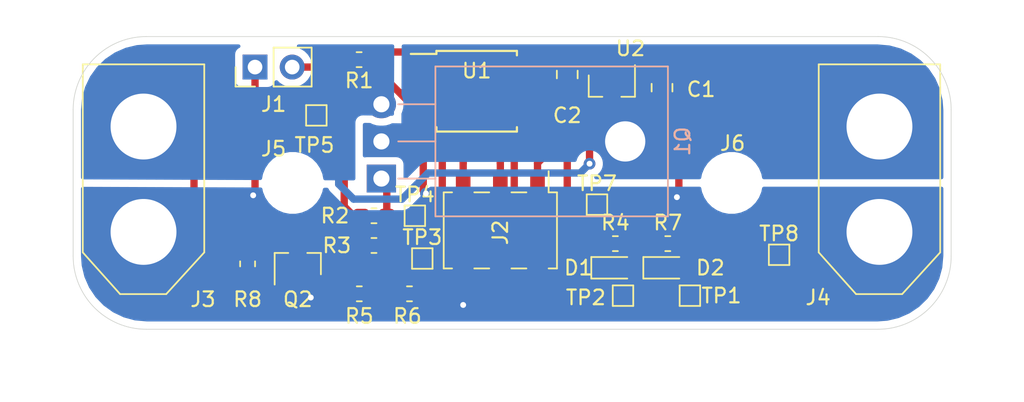
<source format=kicad_pcb>
(kicad_pcb (version 20171130) (host pcbnew 5.1.5+dfsg1-2build2)

  (general
    (thickness 1.6)
    (drawings 8)
    (tracks 160)
    (zones 0)
    (modules 29)
    (nets 15)
  )

  (page A4)
  (layers
    (0 F.Cu signal)
    (31 B.Cu signal)
    (32 B.Adhes user)
    (33 F.Adhes user)
    (34 B.Paste user)
    (35 F.Paste user)
    (36 B.SilkS user)
    (37 F.SilkS user)
    (38 B.Mask user)
    (39 F.Mask user)
    (40 Dwgs.User user)
    (41 Cmts.User user)
    (42 Eco1.User user)
    (43 Eco2.User user)
    (44 Edge.Cuts user)
    (45 Margin user)
    (46 B.CrtYd user)
    (47 F.CrtYd user)
    (48 B.Fab user hide)
    (49 F.Fab user hide)
  )

  (setup
    (last_trace_width 0.5)
    (user_trace_width 0.3)
    (user_trace_width 0.5)
    (trace_clearance 0.2)
    (zone_clearance 0.508)
    (zone_45_only no)
    (trace_min 0.2)
    (via_size 0.8)
    (via_drill 0.4)
    (via_min_size 0.4)
    (via_min_drill 0.3)
    (uvia_size 0.3)
    (uvia_drill 0.1)
    (uvias_allowed no)
    (uvia_min_size 0.2)
    (uvia_min_drill 0.1)
    (edge_width 0.05)
    (segment_width 0.2)
    (pcb_text_width 0.3)
    (pcb_text_size 1.5 1.5)
    (mod_edge_width 0.12)
    (mod_text_size 1 1)
    (mod_text_width 0.15)
    (pad_size 1.524 1.524)
    (pad_drill 0.762)
    (pad_to_mask_clearance 0.051)
    (solder_mask_min_width 0.25)
    (aux_axis_origin 0 0)
    (visible_elements FFFFFF7F)
    (pcbplotparams
      (layerselection 0x010fc_ffffffff)
      (usegerberextensions false)
      (usegerberattributes false)
      (usegerberadvancedattributes false)
      (creategerberjobfile false)
      (excludeedgelayer true)
      (linewidth 0.100000)
      (plotframeref false)
      (viasonmask false)
      (mode 1)
      (useauxorigin false)
      (hpglpennumber 1)
      (hpglpenspeed 20)
      (hpglpendiameter 15.000000)
      (psnegative false)
      (psa4output false)
      (plotreference true)
      (plotvalue true)
      (plotinvisibletext false)
      (padsonsilk false)
      (subtractmaskfromsilk false)
      (outputformat 1)
      (mirror false)
      (drillshape 1)
      (scaleselection 1)
      (outputdirectory ""))
  )

  (net 0 "")
  (net 1 GND)
  (net 2 VCC)
  (net 3 +3V3)
  (net 4 RST)
  (net 5 MOSI)
  (net 6 SCK)
  (net 7 MISO)
  (net 8 "Net-(J4-Pad2)")
  (net 9 "Net-(Q1-Pad1)")
  (net 10 S)
  (net 11 OUT)
  (net 12 "Net-(D1-Pad2)")
  (net 13 "Net-(D2-Pad2)")
  (net 14 "Net-(Q2-Pad3)")

  (net_class Default "This is the default net class."
    (clearance 0.2)
    (trace_width 0.5)
    (via_dia 0.8)
    (via_drill 0.4)
    (uvia_dia 0.3)
    (uvia_drill 0.1)
    (add_net +3V3)
    (add_net GND)
    (add_net MISO)
    (add_net MOSI)
    (add_net "Net-(D1-Pad2)")
    (add_net "Net-(D2-Pad2)")
    (add_net "Net-(J4-Pad2)")
    (add_net "Net-(J5-Pad1)")
    (add_net "Net-(J6-Pad1)")
    (add_net "Net-(Q1-Pad1)")
    (add_net "Net-(Q2-Pad3)")
    (add_net OUT)
    (add_net RST)
    (add_net S)
    (add_net SCK)
    (add_net VCC)
  )

  (net_class Sig ""
    (clearance 0.2)
    (trace_width 0.3)
    (via_dia 0.8)
    (via_drill 0.4)
    (uvia_dia 0.3)
    (uvia_drill 0.1)
  )

  (module TestPoint:TestPoint_Pad_1.0x1.0mm (layer F.Cu) (tedit 5A0F774F) (tstamp 5F35992B)
    (at 158.242 49.911)
    (descr "SMD rectangular pad as test Point, square 1.0mm side length")
    (tags "test point SMD pad rectangle square")
    (path /5F3DD286)
    (attr virtual)
    (fp_text reference TP8 (at 0 -1.448) (layer F.SilkS)
      (effects (font (size 1 1) (thickness 0.15)))
    )
    (fp_text value TestPoint (at 0 1.55) (layer F.Fab)
      (effects (font (size 1 1) (thickness 0.15)))
    )
    (fp_line (start 1 1) (end -1 1) (layer F.CrtYd) (width 0.05))
    (fp_line (start 1 1) (end 1 -1) (layer F.CrtYd) (width 0.05))
    (fp_line (start -1 -1) (end -1 1) (layer F.CrtYd) (width 0.05))
    (fp_line (start -1 -1) (end 1 -1) (layer F.CrtYd) (width 0.05))
    (fp_line (start -0.7 0.7) (end -0.7 -0.7) (layer F.SilkS) (width 0.12))
    (fp_line (start 0.7 0.7) (end -0.7 0.7) (layer F.SilkS) (width 0.12))
    (fp_line (start 0.7 -0.7) (end 0.7 0.7) (layer F.SilkS) (width 0.12))
    (fp_line (start -0.7 -0.7) (end 0.7 -0.7) (layer F.SilkS) (width 0.12))
    (fp_text user %R (at 0 -1.45) (layer F.Fab)
      (effects (font (size 1 1) (thickness 0.15)))
    )
    (pad 1 smd rect (at 0 0) (size 1 1) (layers F.Cu F.Mask)
      (net 1 GND))
  )

  (module TestPoint:TestPoint_Pad_1.0x1.0mm (layer F.Cu) (tedit 5A0F774F) (tstamp 5F35991D)
    (at 145.796 46.482)
    (descr "SMD rectangular pad as test Point, square 1.0mm side length")
    (tags "test point SMD pad rectangle square")
    (path /5F3C7A01)
    (attr virtual)
    (fp_text reference TP7 (at 0 -1.448) (layer F.SilkS)
      (effects (font (size 1 1) (thickness 0.15)))
    )
    (fp_text value TestPoint (at 0 1.55) (layer F.Fab)
      (effects (font (size 1 1) (thickness 0.15)))
    )
    (fp_line (start 1 1) (end -1 1) (layer F.CrtYd) (width 0.05))
    (fp_line (start 1 1) (end 1 -1) (layer F.CrtYd) (width 0.05))
    (fp_line (start -1 -1) (end -1 1) (layer F.CrtYd) (width 0.05))
    (fp_line (start -1 -1) (end 1 -1) (layer F.CrtYd) (width 0.05))
    (fp_line (start -0.7 0.7) (end -0.7 -0.7) (layer F.SilkS) (width 0.12))
    (fp_line (start 0.7 0.7) (end -0.7 0.7) (layer F.SilkS) (width 0.12))
    (fp_line (start 0.7 -0.7) (end 0.7 0.7) (layer F.SilkS) (width 0.12))
    (fp_line (start -0.7 -0.7) (end 0.7 -0.7) (layer F.SilkS) (width 0.12))
    (fp_text user %R (at 0 -1.45) (layer F.Fab)
      (effects (font (size 1 1) (thickness 0.15)))
    )
    (pad 1 smd rect (at 0 0) (size 1 1) (layers F.Cu F.Mask)
      (net 3 +3V3))
  )

  (module TestPoint:TestPoint_Pad_1.0x1.0mm (layer F.Cu) (tedit 5A0F774F) (tstamp 5F359901)
    (at 126.619 40.386)
    (descr "SMD rectangular pad as test Point, square 1.0mm side length")
    (tags "test point SMD pad rectangle square")
    (path /5F3DCE1A)
    (attr virtual)
    (fp_text reference TP5 (at -0.127 2.032) (layer F.SilkS)
      (effects (font (size 1 1) (thickness 0.15)))
    )
    (fp_text value TestPoint (at 0 1.55) (layer F.Fab)
      (effects (font (size 1 1) (thickness 0.15)))
    )
    (fp_line (start 1 1) (end -1 1) (layer F.CrtYd) (width 0.05))
    (fp_line (start 1 1) (end 1 -1) (layer F.CrtYd) (width 0.05))
    (fp_line (start -1 -1) (end -1 1) (layer F.CrtYd) (width 0.05))
    (fp_line (start -1 -1) (end 1 -1) (layer F.CrtYd) (width 0.05))
    (fp_line (start -0.7 0.7) (end -0.7 -0.7) (layer F.SilkS) (width 0.12))
    (fp_line (start 0.7 0.7) (end -0.7 0.7) (layer F.SilkS) (width 0.12))
    (fp_line (start 0.7 -0.7) (end 0.7 0.7) (layer F.SilkS) (width 0.12))
    (fp_line (start -0.7 -0.7) (end 0.7 -0.7) (layer F.SilkS) (width 0.12))
    (fp_text user %R (at 0 -1.45) (layer F.Fab)
      (effects (font (size 1 1) (thickness 0.15)))
    )
    (pad 1 smd rect (at 0 0) (size 1 1) (layers F.Cu F.Mask)
      (net 10 S))
  )

  (module TestPoint:TestPoint_Pad_1.0x1.0mm (layer F.Cu) (tedit 5A0F774F) (tstamp 5F3598F3)
    (at 133.35 47.244)
    (descr "SMD rectangular pad as test Point, square 1.0mm side length")
    (tags "test point SMD pad rectangle square")
    (path /5F3DCC3A)
    (attr virtual)
    (fp_text reference TP4 (at 0 -1.448) (layer F.SilkS)
      (effects (font (size 1 1) (thickness 0.15)))
    )
    (fp_text value TestPoint (at 0 1.55) (layer F.Fab)
      (effects (font (size 1 1) (thickness 0.15)))
    )
    (fp_line (start 1 1) (end -1 1) (layer F.CrtYd) (width 0.05))
    (fp_line (start 1 1) (end 1 -1) (layer F.CrtYd) (width 0.05))
    (fp_line (start -1 -1) (end -1 1) (layer F.CrtYd) (width 0.05))
    (fp_line (start -1 -1) (end 1 -1) (layer F.CrtYd) (width 0.05))
    (fp_line (start -0.7 0.7) (end -0.7 -0.7) (layer F.SilkS) (width 0.12))
    (fp_line (start 0.7 0.7) (end -0.7 0.7) (layer F.SilkS) (width 0.12))
    (fp_line (start 0.7 -0.7) (end 0.7 0.7) (layer F.SilkS) (width 0.12))
    (fp_line (start -0.7 -0.7) (end 0.7 -0.7) (layer F.SilkS) (width 0.12))
    (fp_text user %R (at 0 -1.45) (layer F.Fab)
      (effects (font (size 1 1) (thickness 0.15)))
    )
    (pad 1 smd rect (at 0 0) (size 1 1) (layers F.Cu F.Mask)
      (net 11 OUT))
  )

  (module TestPoint:TestPoint_Pad_1.0x1.0mm (layer F.Cu) (tedit 5A0F774F) (tstamp 5F3598E5)
    (at 133.858 50.165)
    (descr "SMD rectangular pad as test Point, square 1.0mm side length")
    (tags "test point SMD pad rectangle square")
    (path /5F3DCA13)
    (attr virtual)
    (fp_text reference TP3 (at 0 -1.448) (layer F.SilkS)
      (effects (font (size 1 1) (thickness 0.15)))
    )
    (fp_text value TestPoint (at 0 1.55) (layer F.Fab)
      (effects (font (size 1 1) (thickness 0.15)))
    )
    (fp_line (start 1 1) (end -1 1) (layer F.CrtYd) (width 0.05))
    (fp_line (start 1 1) (end 1 -1) (layer F.CrtYd) (width 0.05))
    (fp_line (start -1 -1) (end -1 1) (layer F.CrtYd) (width 0.05))
    (fp_line (start -1 -1) (end 1 -1) (layer F.CrtYd) (width 0.05))
    (fp_line (start -0.7 0.7) (end -0.7 -0.7) (layer F.SilkS) (width 0.12))
    (fp_line (start 0.7 0.7) (end -0.7 0.7) (layer F.SilkS) (width 0.12))
    (fp_line (start 0.7 -0.7) (end 0.7 0.7) (layer F.SilkS) (width 0.12))
    (fp_line (start -0.7 -0.7) (end 0.7 -0.7) (layer F.SilkS) (width 0.12))
    (fp_text user %R (at 0 -1.45) (layer F.Fab)
      (effects (font (size 1 1) (thickness 0.15)))
    )
    (pad 1 smd rect (at 0 0) (size 1 1) (layers F.Cu F.Mask)
      (net 6 SCK))
  )

  (module TestPoint:TestPoint_Pad_1.0x1.0mm (layer F.Cu) (tedit 5A0F774F) (tstamp 5F3598D7)
    (at 147.574 52.705)
    (descr "SMD rectangular pad as test Point, square 1.0mm side length")
    (tags "test point SMD pad rectangle square")
    (path /5F3DC88A)
    (attr virtual)
    (fp_text reference TP2 (at -2.54 0.127) (layer F.SilkS)
      (effects (font (size 1 1) (thickness 0.15)))
    )
    (fp_text value TestPoint (at 0 1.55) (layer F.Fab)
      (effects (font (size 1 1) (thickness 0.15)))
    )
    (fp_line (start 1 1) (end -1 1) (layer F.CrtYd) (width 0.05))
    (fp_line (start 1 1) (end 1 -1) (layer F.CrtYd) (width 0.05))
    (fp_line (start -1 -1) (end -1 1) (layer F.CrtYd) (width 0.05))
    (fp_line (start -1 -1) (end 1 -1) (layer F.CrtYd) (width 0.05))
    (fp_line (start -0.7 0.7) (end -0.7 -0.7) (layer F.SilkS) (width 0.12))
    (fp_line (start 0.7 0.7) (end -0.7 0.7) (layer F.SilkS) (width 0.12))
    (fp_line (start 0.7 -0.7) (end 0.7 0.7) (layer F.SilkS) (width 0.12))
    (fp_line (start -0.7 -0.7) (end 0.7 -0.7) (layer F.SilkS) (width 0.12))
    (fp_text user %R (at 0 -1.45) (layer F.Fab)
      (effects (font (size 1 1) (thickness 0.15)))
    )
    (pad 1 smd rect (at 0 0) (size 1 1) (layers F.Cu F.Mask)
      (net 7 MISO))
  )

  (module TestPoint:TestPoint_Pad_1.0x1.0mm (layer F.Cu) (tedit 5A0F774F) (tstamp 5F3598C9)
    (at 152.146 52.705)
    (descr "SMD rectangular pad as test Point, square 1.0mm side length")
    (tags "test point SMD pad rectangle square")
    (path /5F3DC664)
    (attr virtual)
    (fp_text reference TP1 (at 2.159 0) (layer F.SilkS)
      (effects (font (size 1 1) (thickness 0.15)))
    )
    (fp_text value TestPoint (at 0 1.55) (layer F.Fab)
      (effects (font (size 1 1) (thickness 0.15)))
    )
    (fp_line (start 1 1) (end -1 1) (layer F.CrtYd) (width 0.05))
    (fp_line (start 1 1) (end 1 -1) (layer F.CrtYd) (width 0.05))
    (fp_line (start -1 -1) (end -1 1) (layer F.CrtYd) (width 0.05))
    (fp_line (start -1 -1) (end 1 -1) (layer F.CrtYd) (width 0.05))
    (fp_line (start -0.7 0.7) (end -0.7 -0.7) (layer F.SilkS) (width 0.12))
    (fp_line (start 0.7 0.7) (end -0.7 0.7) (layer F.SilkS) (width 0.12))
    (fp_line (start 0.7 -0.7) (end 0.7 0.7) (layer F.SilkS) (width 0.12))
    (fp_line (start -0.7 -0.7) (end 0.7 -0.7) (layer F.SilkS) (width 0.12))
    (fp_text user %R (at 0 -1.45) (layer F.Fab)
      (effects (font (size 1 1) (thickness 0.15)))
    )
    (pad 1 smd rect (at 0 0) (size 1 1) (layers F.Cu F.Mask)
      (net 5 MOSI))
  )

  (module Resistor_SMD:R_0603_1608Metric_Pad1.05x0.95mm_HandSolder (layer F.Cu) (tedit 5B301BBD) (tstamp 5F357FAF)
    (at 121.92 50.532 90)
    (descr "Resistor SMD 0603 (1608 Metric), square (rectangular) end terminal, IPC_7351 nominal with elongated pad for handsoldering. (Body size source: http://www.tortai-tech.com/upload/download/2011102023233369053.pdf), generated with kicad-footprint-generator")
    (tags "resistor handsolder")
    (path /5F3AFE48)
    (attr smd)
    (fp_text reference R8 (at -2.427 0) (layer F.SilkS)
      (effects (font (size 1 1) (thickness 0.15)))
    )
    (fp_text value R (at 0 1.43 90) (layer F.Fab)
      (effects (font (size 1 1) (thickness 0.15)))
    )
    (fp_text user %R (at 0 0 90) (layer F.Fab)
      (effects (font (size 0.4 0.4) (thickness 0.06)))
    )
    (fp_line (start 1.65 0.73) (end -1.65 0.73) (layer F.CrtYd) (width 0.05))
    (fp_line (start 1.65 -0.73) (end 1.65 0.73) (layer F.CrtYd) (width 0.05))
    (fp_line (start -1.65 -0.73) (end 1.65 -0.73) (layer F.CrtYd) (width 0.05))
    (fp_line (start -1.65 0.73) (end -1.65 -0.73) (layer F.CrtYd) (width 0.05))
    (fp_line (start -0.171267 0.51) (end 0.171267 0.51) (layer F.SilkS) (width 0.12))
    (fp_line (start -0.171267 -0.51) (end 0.171267 -0.51) (layer F.SilkS) (width 0.12))
    (fp_line (start 0.8 0.4) (end -0.8 0.4) (layer F.Fab) (width 0.1))
    (fp_line (start 0.8 -0.4) (end 0.8 0.4) (layer F.Fab) (width 0.1))
    (fp_line (start -0.8 -0.4) (end 0.8 -0.4) (layer F.Fab) (width 0.1))
    (fp_line (start -0.8 0.4) (end -0.8 -0.4) (layer F.Fab) (width 0.1))
    (pad 2 smd roundrect (at 0.875 0 90) (size 1.05 0.95) (layers F.Cu F.Paste F.Mask) (roundrect_rratio 0.25)
      (net 1 GND))
    (pad 1 smd roundrect (at -0.875 0 90) (size 1.05 0.95) (layers F.Cu F.Paste F.Mask) (roundrect_rratio 0.25)
      (net 11 OUT))
    (model ${KISYS3DMOD}/Resistor_SMD.3dshapes/R_0603_1608Metric.wrl
      (at (xyz 0 0 0))
      (scale (xyz 1 1 1))
      (rotate (xyz 0 0 0))
    )
  )

  (module Package_TO_SOT_SMD:SOT-23 (layer F.Cu) (tedit 5A02FF57) (tstamp 5F357EBE)
    (at 125.349 50.546 90)
    (descr "SOT-23, Standard")
    (tags SOT-23)
    (path /5F377AC0)
    (attr smd)
    (fp_text reference Q2 (at -2.413 0) (layer F.SilkS)
      (effects (font (size 1 1) (thickness 0.15)))
    )
    (fp_text value BSS138 (at 0 2.5 90) (layer F.Fab)
      (effects (font (size 1 1) (thickness 0.15)))
    )
    (fp_line (start 0.76 1.58) (end -0.7 1.58) (layer F.SilkS) (width 0.12))
    (fp_line (start 0.76 -1.58) (end -1.4 -1.58) (layer F.SilkS) (width 0.12))
    (fp_line (start -1.7 1.75) (end -1.7 -1.75) (layer F.CrtYd) (width 0.05))
    (fp_line (start 1.7 1.75) (end -1.7 1.75) (layer F.CrtYd) (width 0.05))
    (fp_line (start 1.7 -1.75) (end 1.7 1.75) (layer F.CrtYd) (width 0.05))
    (fp_line (start -1.7 -1.75) (end 1.7 -1.75) (layer F.CrtYd) (width 0.05))
    (fp_line (start 0.76 -1.58) (end 0.76 -0.65) (layer F.SilkS) (width 0.12))
    (fp_line (start 0.76 1.58) (end 0.76 0.65) (layer F.SilkS) (width 0.12))
    (fp_line (start -0.7 1.52) (end 0.7 1.52) (layer F.Fab) (width 0.1))
    (fp_line (start 0.7 -1.52) (end 0.7 1.52) (layer F.Fab) (width 0.1))
    (fp_line (start -0.7 -0.95) (end -0.15 -1.52) (layer F.Fab) (width 0.1))
    (fp_line (start -0.15 -1.52) (end 0.7 -1.52) (layer F.Fab) (width 0.1))
    (fp_line (start -0.7 -0.95) (end -0.7 1.5) (layer F.Fab) (width 0.1))
    (fp_text user %R (at 0 0) (layer F.Fab)
      (effects (font (size 0.5 0.5) (thickness 0.075)))
    )
    (pad 3 smd rect (at 1 0 90) (size 0.9 0.8) (layers F.Cu F.Paste F.Mask)
      (net 14 "Net-(Q2-Pad3)"))
    (pad 2 smd rect (at -1 0.95 90) (size 0.9 0.8) (layers F.Cu F.Paste F.Mask)
      (net 1 GND))
    (pad 1 smd rect (at -1 -0.95 90) (size 0.9 0.8) (layers F.Cu F.Paste F.Mask)
      (net 11 OUT))
    (model ${KISYS3DMOD}/Package_TO_SOT_SMD.3dshapes/SOT-23.wrl
      (at (xyz 0 0 0))
      (scale (xyz 1 1 1))
      (rotate (xyz 0 0 0))
    )
  )

  (module Resistor_SMD:R_0603_1608Metric_Pad1.05x0.95mm_HandSolder (layer F.Cu) (tedit 5B301BBD) (tstamp 5F357102)
    (at 150.636 49.149)
    (descr "Resistor SMD 0603 (1608 Metric), square (rectangular) end terminal, IPC_7351 nominal with elongated pad for handsoldering. (Body size source: http://www.tortai-tech.com/upload/download/2011102023233369053.pdf), generated with kicad-footprint-generator")
    (tags "resistor handsolder")
    (path /5F373945)
    (attr smd)
    (fp_text reference R7 (at 0 -1.43) (layer F.SilkS)
      (effects (font (size 1 1) (thickness 0.15)))
    )
    (fp_text value R (at 0 1.43) (layer F.Fab)
      (effects (font (size 1 1) (thickness 0.15)))
    )
    (fp_text user %R (at 0 0) (layer F.Fab)
      (effects (font (size 0.4 0.4) (thickness 0.06)))
    )
    (fp_line (start 1.65 0.73) (end -1.65 0.73) (layer F.CrtYd) (width 0.05))
    (fp_line (start 1.65 -0.73) (end 1.65 0.73) (layer F.CrtYd) (width 0.05))
    (fp_line (start -1.65 -0.73) (end 1.65 -0.73) (layer F.CrtYd) (width 0.05))
    (fp_line (start -1.65 0.73) (end -1.65 -0.73) (layer F.CrtYd) (width 0.05))
    (fp_line (start -0.171267 0.51) (end 0.171267 0.51) (layer F.SilkS) (width 0.12))
    (fp_line (start -0.171267 -0.51) (end 0.171267 -0.51) (layer F.SilkS) (width 0.12))
    (fp_line (start 0.8 0.4) (end -0.8 0.4) (layer F.Fab) (width 0.1))
    (fp_line (start 0.8 -0.4) (end 0.8 0.4) (layer F.Fab) (width 0.1))
    (fp_line (start -0.8 -0.4) (end 0.8 -0.4) (layer F.Fab) (width 0.1))
    (fp_line (start -0.8 0.4) (end -0.8 -0.4) (layer F.Fab) (width 0.1))
    (pad 2 smd roundrect (at 0.875 0) (size 1.05 0.95) (layers F.Cu F.Paste F.Mask) (roundrect_rratio 0.25)
      (net 13 "Net-(D2-Pad2)"))
    (pad 1 smd roundrect (at -0.875 0) (size 1.05 0.95) (layers F.Cu F.Paste F.Mask) (roundrect_rratio 0.25)
      (net 3 +3V3))
    (model ${KISYS3DMOD}/Resistor_SMD.3dshapes/R_0603_1608Metric.wrl
      (at (xyz 0 0 0))
      (scale (xyz 1 1 1))
      (rotate (xyz 0 0 0))
    )
  )

  (module Diode_SMD:D_0603_1608Metric_Pad1.05x0.95mm_HandSolder (layer F.Cu) (tedit 5B4B45C8) (tstamp 5F356EED)
    (at 150.622 50.8)
    (descr "Diode SMD 0603 (1608 Metric), square (rectangular) end terminal, IPC_7351 nominal, (Body size source: http://www.tortai-tech.com/upload/download/2011102023233369053.pdf), generated with kicad-footprint-generator")
    (tags "diode handsolder")
    (path /5F37393F)
    (attr smd)
    (fp_text reference D2 (at 2.921 0) (layer F.SilkS)
      (effects (font (size 1 1) (thickness 0.15)))
    )
    (fp_text value LED (at 0 1.43) (layer F.Fab)
      (effects (font (size 1 1) (thickness 0.15)))
    )
    (fp_text user %R (at 0 0) (layer F.Fab)
      (effects (font (size 0.4 0.4) (thickness 0.06)))
    )
    (fp_line (start 1.65 0.73) (end -1.65 0.73) (layer F.CrtYd) (width 0.05))
    (fp_line (start 1.65 -0.73) (end 1.65 0.73) (layer F.CrtYd) (width 0.05))
    (fp_line (start -1.65 -0.73) (end 1.65 -0.73) (layer F.CrtYd) (width 0.05))
    (fp_line (start -1.65 0.73) (end -1.65 -0.73) (layer F.CrtYd) (width 0.05))
    (fp_line (start -1.66 0.735) (end 0.8 0.735) (layer F.SilkS) (width 0.12))
    (fp_line (start -1.66 -0.735) (end -1.66 0.735) (layer F.SilkS) (width 0.12))
    (fp_line (start 0.8 -0.735) (end -1.66 -0.735) (layer F.SilkS) (width 0.12))
    (fp_line (start 0.8 0.4) (end 0.8 -0.4) (layer F.Fab) (width 0.1))
    (fp_line (start -0.8 0.4) (end 0.8 0.4) (layer F.Fab) (width 0.1))
    (fp_line (start -0.8 -0.1) (end -0.8 0.4) (layer F.Fab) (width 0.1))
    (fp_line (start -0.5 -0.4) (end -0.8 -0.1) (layer F.Fab) (width 0.1))
    (fp_line (start 0.8 -0.4) (end -0.5 -0.4) (layer F.Fab) (width 0.1))
    (pad 2 smd roundrect (at 0.875 0) (size 1.05 0.95) (layers F.Cu F.Paste F.Mask) (roundrect_rratio 0.25)
      (net 13 "Net-(D2-Pad2)"))
    (pad 1 smd roundrect (at -0.875 0) (size 1.05 0.95) (layers F.Cu F.Paste F.Mask) (roundrect_rratio 0.25)
      (net 5 MOSI))
    (model ${KISYS3DMOD}/Diode_SMD.3dshapes/D_0603_1608Metric.wrl
      (at (xyz 0 0 0))
      (scale (xyz 1 1 1))
      (rotate (xyz 0 0 0))
    )
  )

  (module Resistor_SMD:R_0603_1608Metric_Pad1.05x0.95mm_HandSolder (layer F.Cu) (tedit 5B301BBD) (tstamp 5F3568B7)
    (at 132.983 52.578)
    (descr "Resistor SMD 0603 (1608 Metric), square (rectangular) end terminal, IPC_7351 nominal with elongated pad for handsoldering. (Body size source: http://www.tortai-tech.com/upload/download/2011102023233369053.pdf), generated with kicad-footprint-generator")
    (tags "resistor handsolder")
    (path /5F35DAFD)
    (attr smd)
    (fp_text reference R6 (at -0.141 1.524) (layer F.SilkS)
      (effects (font (size 1 1) (thickness 0.15)))
    )
    (fp_text value R (at 0 1.43) (layer F.Fab)
      (effects (font (size 1 1) (thickness 0.15)))
    )
    (fp_text user %R (at 0 0) (layer F.Fab)
      (effects (font (size 0.4 0.4) (thickness 0.06)))
    )
    (fp_line (start 1.65 0.73) (end -1.65 0.73) (layer F.CrtYd) (width 0.05))
    (fp_line (start 1.65 -0.73) (end 1.65 0.73) (layer F.CrtYd) (width 0.05))
    (fp_line (start -1.65 -0.73) (end 1.65 -0.73) (layer F.CrtYd) (width 0.05))
    (fp_line (start -1.65 0.73) (end -1.65 -0.73) (layer F.CrtYd) (width 0.05))
    (fp_line (start -0.171267 0.51) (end 0.171267 0.51) (layer F.SilkS) (width 0.12))
    (fp_line (start -0.171267 -0.51) (end 0.171267 -0.51) (layer F.SilkS) (width 0.12))
    (fp_line (start 0.8 0.4) (end -0.8 0.4) (layer F.Fab) (width 0.1))
    (fp_line (start 0.8 -0.4) (end 0.8 0.4) (layer F.Fab) (width 0.1))
    (fp_line (start -0.8 -0.4) (end 0.8 -0.4) (layer F.Fab) (width 0.1))
    (fp_line (start -0.8 0.4) (end -0.8 -0.4) (layer F.Fab) (width 0.1))
    (pad 2 smd roundrect (at 0.875 0) (size 1.05 0.95) (layers F.Cu F.Paste F.Mask) (roundrect_rratio 0.25)
      (net 1 GND))
    (pad 1 smd roundrect (at -0.875 0) (size 1.05 0.95) (layers F.Cu F.Paste F.Mask) (roundrect_rratio 0.25)
      (net 6 SCK))
    (model ${KISYS3DMOD}/Resistor_SMD.3dshapes/R_0603_1608Metric.wrl
      (at (xyz 0 0 0))
      (scale (xyz 1 1 1))
      (rotate (xyz 0 0 0))
    )
  )

  (module Resistor_SMD:R_0603_1608Metric_Pad1.05x0.95mm_HandSolder (layer F.Cu) (tedit 5B301BBD) (tstamp 5F3568A6)
    (at 129.554 52.578)
    (descr "Resistor SMD 0603 (1608 Metric), square (rectangular) end terminal, IPC_7351 nominal with elongated pad for handsoldering. (Body size source: http://www.tortai-tech.com/upload/download/2011102023233369053.pdf), generated with kicad-footprint-generator")
    (tags "resistor handsolder")
    (path /5F35D702)
    (attr smd)
    (fp_text reference R5 (at 0 1.524) (layer F.SilkS)
      (effects (font (size 1 1) (thickness 0.15)))
    )
    (fp_text value R (at 0 1.43) (layer F.Fab)
      (effects (font (size 1 1) (thickness 0.15)))
    )
    (fp_text user %R (at 0 0) (layer F.Fab)
      (effects (font (size 0.4 0.4) (thickness 0.06)))
    )
    (fp_line (start 1.65 0.73) (end -1.65 0.73) (layer F.CrtYd) (width 0.05))
    (fp_line (start 1.65 -0.73) (end 1.65 0.73) (layer F.CrtYd) (width 0.05))
    (fp_line (start -1.65 -0.73) (end 1.65 -0.73) (layer F.CrtYd) (width 0.05))
    (fp_line (start -1.65 0.73) (end -1.65 -0.73) (layer F.CrtYd) (width 0.05))
    (fp_line (start -0.171267 0.51) (end 0.171267 0.51) (layer F.SilkS) (width 0.12))
    (fp_line (start -0.171267 -0.51) (end 0.171267 -0.51) (layer F.SilkS) (width 0.12))
    (fp_line (start 0.8 0.4) (end -0.8 0.4) (layer F.Fab) (width 0.1))
    (fp_line (start 0.8 -0.4) (end 0.8 0.4) (layer F.Fab) (width 0.1))
    (fp_line (start -0.8 -0.4) (end 0.8 -0.4) (layer F.Fab) (width 0.1))
    (fp_line (start -0.8 0.4) (end -0.8 -0.4) (layer F.Fab) (width 0.1))
    (pad 2 smd roundrect (at 0.875 0) (size 1.05 0.95) (layers F.Cu F.Paste F.Mask) (roundrect_rratio 0.25)
      (net 6 SCK))
    (pad 1 smd roundrect (at -0.875 0) (size 1.05 0.95) (layers F.Cu F.Paste F.Mask) (roundrect_rratio 0.25)
      (net 2 VCC))
    (model ${KISYS3DMOD}/Resistor_SMD.3dshapes/R_0603_1608Metric.wrl
      (at (xyz 0 0 0))
      (scale (xyz 1 1 1))
      (rotate (xyz 0 0 0))
    )
  )

  (module Resistor_SMD:R_0603_1608Metric_Pad1.05x0.95mm_HandSolder (layer F.Cu) (tedit 5B301BBD) (tstamp 5F2C0EBB)
    (at 147.052 49.149)
    (descr "Resistor SMD 0603 (1608 Metric), square (rectangular) end terminal, IPC_7351 nominal with elongated pad for handsoldering. (Body size source: http://www.tortai-tech.com/upload/download/2011102023233369053.pdf), generated with kicad-footprint-generator")
    (tags "resistor handsolder")
    (path /5F2C1ABA)
    (attr smd)
    (fp_text reference R4 (at 0 -1.43) (layer F.SilkS)
      (effects (font (size 1 1) (thickness 0.15)))
    )
    (fp_text value R (at 0 1.43) (layer F.Fab)
      (effects (font (size 1 1) (thickness 0.15)))
    )
    (fp_text user %R (at 0 0) (layer F.Fab)
      (effects (font (size 0.4 0.4) (thickness 0.06)))
    )
    (fp_line (start 1.65 0.73) (end -1.65 0.73) (layer F.CrtYd) (width 0.05))
    (fp_line (start 1.65 -0.73) (end 1.65 0.73) (layer F.CrtYd) (width 0.05))
    (fp_line (start -1.65 -0.73) (end 1.65 -0.73) (layer F.CrtYd) (width 0.05))
    (fp_line (start -1.65 0.73) (end -1.65 -0.73) (layer F.CrtYd) (width 0.05))
    (fp_line (start -0.171267 0.51) (end 0.171267 0.51) (layer F.SilkS) (width 0.12))
    (fp_line (start -0.171267 -0.51) (end 0.171267 -0.51) (layer F.SilkS) (width 0.12))
    (fp_line (start 0.8 0.4) (end -0.8 0.4) (layer F.Fab) (width 0.1))
    (fp_line (start 0.8 -0.4) (end 0.8 0.4) (layer F.Fab) (width 0.1))
    (fp_line (start -0.8 -0.4) (end 0.8 -0.4) (layer F.Fab) (width 0.1))
    (fp_line (start -0.8 0.4) (end -0.8 -0.4) (layer F.Fab) (width 0.1))
    (pad 2 smd roundrect (at 0.875 0) (size 1.05 0.95) (layers F.Cu F.Paste F.Mask) (roundrect_rratio 0.25)
      (net 12 "Net-(D1-Pad2)"))
    (pad 1 smd roundrect (at -0.875 0) (size 1.05 0.95) (layers F.Cu F.Paste F.Mask) (roundrect_rratio 0.25)
      (net 3 +3V3))
    (model ${KISYS3DMOD}/Resistor_SMD.3dshapes/R_0603_1608Metric.wrl
      (at (xyz 0 0 0))
      (scale (xyz 1 1 1))
      (rotate (xyz 0 0 0))
    )
  )

  (module Resistor_SMD:R_0603_1608Metric_Pad1.05x0.95mm_HandSolder (layer F.Cu) (tedit 5B301BBD) (tstamp 5F2B4287)
    (at 130.556 49.276 180)
    (descr "Resistor SMD 0603 (1608 Metric), square (rectangular) end terminal, IPC_7351 nominal with elongated pad for handsoldering. (Body size source: http://www.tortai-tech.com/upload/download/2011102023233369053.pdf), generated with kicad-footprint-generator")
    (tags "resistor handsolder")
    (path /5F2C1FFD)
    (attr smd)
    (fp_text reference R3 (at 2.54 0) (layer F.SilkS)
      (effects (font (size 1 1) (thickness 0.15)))
    )
    (fp_text value R (at 0 1.43) (layer F.Fab)
      (effects (font (size 1 1) (thickness 0.15)))
    )
    (fp_text user %R (at 0 0) (layer F.Fab)
      (effects (font (size 0.4 0.4) (thickness 0.06)))
    )
    (fp_line (start 1.65 0.73) (end -1.65 0.73) (layer F.CrtYd) (width 0.05))
    (fp_line (start 1.65 -0.73) (end 1.65 0.73) (layer F.CrtYd) (width 0.05))
    (fp_line (start -1.65 -0.73) (end 1.65 -0.73) (layer F.CrtYd) (width 0.05))
    (fp_line (start -1.65 0.73) (end -1.65 -0.73) (layer F.CrtYd) (width 0.05))
    (fp_line (start -0.171267 0.51) (end 0.171267 0.51) (layer F.SilkS) (width 0.12))
    (fp_line (start -0.171267 -0.51) (end 0.171267 -0.51) (layer F.SilkS) (width 0.12))
    (fp_line (start 0.8 0.4) (end -0.8 0.4) (layer F.Fab) (width 0.1))
    (fp_line (start 0.8 -0.4) (end 0.8 0.4) (layer F.Fab) (width 0.1))
    (fp_line (start -0.8 -0.4) (end 0.8 -0.4) (layer F.Fab) (width 0.1))
    (fp_line (start -0.8 0.4) (end -0.8 -0.4) (layer F.Fab) (width 0.1))
    (pad 2 smd roundrect (at 0.875 0 180) (size 1.05 0.95) (layers F.Cu F.Paste F.Mask) (roundrect_rratio 0.25)
      (net 14 "Net-(Q2-Pad3)"))
    (pad 1 smd roundrect (at -0.875 0 180) (size 1.05 0.95) (layers F.Cu F.Paste F.Mask) (roundrect_rratio 0.25)
      (net 9 "Net-(Q1-Pad1)"))
    (model ${KISYS3DMOD}/Resistor_SMD.3dshapes/R_0603_1608Metric.wrl
      (at (xyz 0 0 0))
      (scale (xyz 1 1 1))
      (rotate (xyz 0 0 0))
    )
  )

  (module Resistor_SMD:R_0603_1608Metric_Pad1.05x0.95mm_HandSolder (layer F.Cu) (tedit 5B301BBD) (tstamp 5F2B42B7)
    (at 130.556 47.244)
    (descr "Resistor SMD 0603 (1608 Metric), square (rectangular) end terminal, IPC_7351 nominal with elongated pad for handsoldering. (Body size source: http://www.tortai-tech.com/upload/download/2011102023233369053.pdf), generated with kicad-footprint-generator")
    (tags "resistor handsolder")
    (path /5F2C3860)
    (attr smd)
    (fp_text reference R2 (at -2.667 0) (layer F.SilkS)
      (effects (font (size 1 1) (thickness 0.15)))
    )
    (fp_text value R (at 0 1.43) (layer F.Fab)
      (effects (font (size 1 1) (thickness 0.15)))
    )
    (fp_text user %R (at 0 0) (layer F.Fab)
      (effects (font (size 0.4 0.4) (thickness 0.06)))
    )
    (fp_line (start 1.65 0.73) (end -1.65 0.73) (layer F.CrtYd) (width 0.05))
    (fp_line (start 1.65 -0.73) (end 1.65 0.73) (layer F.CrtYd) (width 0.05))
    (fp_line (start -1.65 -0.73) (end 1.65 -0.73) (layer F.CrtYd) (width 0.05))
    (fp_line (start -1.65 0.73) (end -1.65 -0.73) (layer F.CrtYd) (width 0.05))
    (fp_line (start -0.171267 0.51) (end 0.171267 0.51) (layer F.SilkS) (width 0.12))
    (fp_line (start -0.171267 -0.51) (end 0.171267 -0.51) (layer F.SilkS) (width 0.12))
    (fp_line (start 0.8 0.4) (end -0.8 0.4) (layer F.Fab) (width 0.1))
    (fp_line (start 0.8 -0.4) (end 0.8 0.4) (layer F.Fab) (width 0.1))
    (fp_line (start -0.8 -0.4) (end 0.8 -0.4) (layer F.Fab) (width 0.1))
    (fp_line (start -0.8 0.4) (end -0.8 -0.4) (layer F.Fab) (width 0.1))
    (pad 2 smd roundrect (at 0.875 0) (size 1.05 0.95) (layers F.Cu F.Paste F.Mask) (roundrect_rratio 0.25)
      (net 9 "Net-(Q1-Pad1)"))
    (pad 1 smd roundrect (at -0.875 0) (size 1.05 0.95) (layers F.Cu F.Paste F.Mask) (roundrect_rratio 0.25)
      (net 2 VCC))
    (model ${KISYS3DMOD}/Resistor_SMD.3dshapes/R_0603_1608Metric.wrl
      (at (xyz 0 0 0))
      (scale (xyz 1 1 1))
      (rotate (xyz 0 0 0))
    )
  )

  (module Resistor_SMD:R_0603_1608Metric_Pad1.05x0.95mm_HandSolder (layer F.Cu) (tedit 5B301BBD) (tstamp 5F2B418E)
    (at 129.54 36.576 180)
    (descr "Resistor SMD 0603 (1608 Metric), square (rectangular) end terminal, IPC_7351 nominal with elongated pad for handsoldering. (Body size source: http://www.tortai-tech.com/upload/download/2011102023233369053.pdf), generated with kicad-footprint-generator")
    (tags "resistor handsolder")
    (path /5F2ACFFF)
    (attr smd)
    (fp_text reference R1 (at 0 -1.43) (layer F.SilkS)
      (effects (font (size 1 1) (thickness 0.15)))
    )
    (fp_text value R (at 0 1.43) (layer F.Fab)
      (effects (font (size 1 1) (thickness 0.15)))
    )
    (fp_text user %R (at 0 0) (layer F.Fab)
      (effects (font (size 0.4 0.4) (thickness 0.06)))
    )
    (fp_line (start 1.65 0.73) (end -1.65 0.73) (layer F.CrtYd) (width 0.05))
    (fp_line (start 1.65 -0.73) (end 1.65 0.73) (layer F.CrtYd) (width 0.05))
    (fp_line (start -1.65 -0.73) (end 1.65 -0.73) (layer F.CrtYd) (width 0.05))
    (fp_line (start -1.65 0.73) (end -1.65 -0.73) (layer F.CrtYd) (width 0.05))
    (fp_line (start -0.171267 0.51) (end 0.171267 0.51) (layer F.SilkS) (width 0.12))
    (fp_line (start -0.171267 -0.51) (end 0.171267 -0.51) (layer F.SilkS) (width 0.12))
    (fp_line (start 0.8 0.4) (end -0.8 0.4) (layer F.Fab) (width 0.1))
    (fp_line (start 0.8 -0.4) (end 0.8 0.4) (layer F.Fab) (width 0.1))
    (fp_line (start -0.8 -0.4) (end 0.8 -0.4) (layer F.Fab) (width 0.1))
    (fp_line (start -0.8 0.4) (end -0.8 -0.4) (layer F.Fab) (width 0.1))
    (pad 2 smd roundrect (at 0.875 0 180) (size 1.05 0.95) (layers F.Cu F.Paste F.Mask) (roundrect_rratio 0.25)
      (net 10 S))
    (pad 1 smd roundrect (at -0.875 0 180) (size 1.05 0.95) (layers F.Cu F.Paste F.Mask) (roundrect_rratio 0.25)
      (net 3 +3V3))
    (model ${KISYS3DMOD}/Resistor_SMD.3dshapes/R_0603_1608Metric.wrl
      (at (xyz 0 0 0))
      (scale (xyz 1 1 1))
      (rotate (xyz 0 0 0))
    )
  )

  (module MountingHole:MountingHole_3.2mm_M3 (layer F.Cu) (tedit 56D1B4CB) (tstamp 5F2B383C)
    (at 155 45)
    (descr "Mounting Hole 3.2mm, no annular, M3")
    (tags "mounting hole 3.2mm no annular m3")
    (path /5F318FF4)
    (attr virtual)
    (fp_text reference J6 (at 0.067 -2.709) (layer F.SilkS)
      (effects (font (size 1 1) (thickness 0.15)))
    )
    (fp_text value Conn_01x01_Male (at 0 4.2) (layer F.Fab)
      (effects (font (size 1 1) (thickness 0.15)))
    )
    (fp_circle (center 0 0) (end 3.45 0) (layer F.CrtYd) (width 0.05))
    (fp_circle (center 0 0) (end 3.2 0) (layer Cmts.User) (width 0.15))
    (fp_text user %R (at 0.3 0) (layer F.Fab)
      (effects (font (size 1 1) (thickness 0.15)))
    )
    (pad 1 np_thru_hole circle (at 0 0) (size 3.2 3.2) (drill 3.2) (layers *.Cu *.Mask))
  )

  (module MountingHole:MountingHole_3.2mm_M3 (layer F.Cu) (tedit 56D1B4CB) (tstamp 5F2B3834)
    (at 125 45)
    (descr "Mounting Hole 3.2mm, no annular, M3")
    (tags "mounting hole 3.2mm no annular m3")
    (path /5F318DDF)
    (attr virtual)
    (fp_text reference J5 (at -1.302 -2.328) (layer F.SilkS)
      (effects (font (size 1 1) (thickness 0.15)))
    )
    (fp_text value Conn_01x01_Male (at 0 4.2) (layer F.Fab)
      (effects (font (size 1 1) (thickness 0.15)))
    )
    (fp_circle (center 0 0) (end 3.45 0) (layer F.CrtYd) (width 0.05))
    (fp_circle (center 0 0) (end 3.2 0) (layer Cmts.User) (width 0.15))
    (fp_text user %R (at 0.3 0) (layer F.Fab)
      (effects (font (size 1 1) (thickness 0.15)))
    )
    (pad 1 np_thru_hole circle (at 0 0) (size 3.2 3.2) (drill 3.2) (layers *.Cu *.Mask))
  )

  (module Diode_SMD:D_0603_1608Metric_Pad1.05x0.95mm_HandSolder (layer F.Cu) (tedit 5B4B45C8) (tstamp 5F2C0D44)
    (at 147.066 50.8)
    (descr "Diode SMD 0603 (1608 Metric), square (rectangular) end terminal, IPC_7351 nominal, (Body size source: http://www.tortai-tech.com/upload/download/2011102023233369053.pdf), generated with kicad-footprint-generator")
    (tags "diode handsolder")
    (path /5F2C2076)
    (attr smd)
    (fp_text reference D1 (at -2.54 0) (layer F.SilkS)
      (effects (font (size 1 1) (thickness 0.15)))
    )
    (fp_text value LED (at 0 1.43) (layer F.Fab)
      (effects (font (size 1 1) (thickness 0.15)))
    )
    (fp_text user %R (at 0 0) (layer F.Fab)
      (effects (font (size 0.4 0.4) (thickness 0.06)))
    )
    (fp_line (start 1.65 0.73) (end -1.65 0.73) (layer F.CrtYd) (width 0.05))
    (fp_line (start 1.65 -0.73) (end 1.65 0.73) (layer F.CrtYd) (width 0.05))
    (fp_line (start -1.65 -0.73) (end 1.65 -0.73) (layer F.CrtYd) (width 0.05))
    (fp_line (start -1.65 0.73) (end -1.65 -0.73) (layer F.CrtYd) (width 0.05))
    (fp_line (start -1.66 0.735) (end 0.8 0.735) (layer F.SilkS) (width 0.12))
    (fp_line (start -1.66 -0.735) (end -1.66 0.735) (layer F.SilkS) (width 0.12))
    (fp_line (start 0.8 -0.735) (end -1.66 -0.735) (layer F.SilkS) (width 0.12))
    (fp_line (start 0.8 0.4) (end 0.8 -0.4) (layer F.Fab) (width 0.1))
    (fp_line (start -0.8 0.4) (end 0.8 0.4) (layer F.Fab) (width 0.1))
    (fp_line (start -0.8 -0.1) (end -0.8 0.4) (layer F.Fab) (width 0.1))
    (fp_line (start -0.5 -0.4) (end -0.8 -0.1) (layer F.Fab) (width 0.1))
    (fp_line (start 0.8 -0.4) (end -0.5 -0.4) (layer F.Fab) (width 0.1))
    (pad 2 smd roundrect (at 0.875 0) (size 1.05 0.95) (layers F.Cu F.Paste F.Mask) (roundrect_rratio 0.25)
      (net 12 "Net-(D1-Pad2)"))
    (pad 1 smd roundrect (at -0.875 0) (size 1.05 0.95) (layers F.Cu F.Paste F.Mask) (roundrect_rratio 0.25)
      (net 7 MISO))
    (model ${KISYS3DMOD}/Diode_SMD.3dshapes/D_0603_1608Metric.wrl
      (at (xyz 0 0 0))
      (scale (xyz 1 1 1))
      (rotate (xyz 0 0 0))
    )
  )

  (module Capacitor_SMD:C_0805_2012Metric_Pad1.15x1.40mm_HandSolder (layer F.Cu) (tedit 5B36C52B) (tstamp 5F2B40E6)
    (at 143.764 37.592 90)
    (descr "Capacitor SMD 0805 (2012 Metric), square (rectangular) end terminal, IPC_7351 nominal with elongated pad for handsoldering. (Body size source: https://docs.google.com/spreadsheets/d/1BsfQQcO9C6DZCsRaXUlFlo91Tg2WpOkGARC1WS5S8t0/edit?usp=sharing), generated with kicad-footprint-generator")
    (tags "capacitor handsolder")
    (path /5F2DB769)
    (attr smd)
    (fp_text reference C2 (at -2.794 0 180) (layer F.SilkS)
      (effects (font (size 1 1) (thickness 0.15)))
    )
    (fp_text value 2.2uF (at 0 1.65 90) (layer F.Fab)
      (effects (font (size 1 1) (thickness 0.15)))
    )
    (fp_text user %R (at 0 0 90) (layer F.Fab)
      (effects (font (size 0.5 0.5) (thickness 0.08)))
    )
    (fp_line (start 1.85 0.95) (end -1.85 0.95) (layer F.CrtYd) (width 0.05))
    (fp_line (start 1.85 -0.95) (end 1.85 0.95) (layer F.CrtYd) (width 0.05))
    (fp_line (start -1.85 -0.95) (end 1.85 -0.95) (layer F.CrtYd) (width 0.05))
    (fp_line (start -1.85 0.95) (end -1.85 -0.95) (layer F.CrtYd) (width 0.05))
    (fp_line (start -0.261252 0.71) (end 0.261252 0.71) (layer F.SilkS) (width 0.12))
    (fp_line (start -0.261252 -0.71) (end 0.261252 -0.71) (layer F.SilkS) (width 0.12))
    (fp_line (start 1 0.6) (end -1 0.6) (layer F.Fab) (width 0.1))
    (fp_line (start 1 -0.6) (end 1 0.6) (layer F.Fab) (width 0.1))
    (fp_line (start -1 -0.6) (end 1 -0.6) (layer F.Fab) (width 0.1))
    (fp_line (start -1 0.6) (end -1 -0.6) (layer F.Fab) (width 0.1))
    (pad 2 smd roundrect (at 1.025 0 90) (size 1.15 1.4) (layers F.Cu F.Paste F.Mask) (roundrect_rratio 0.217391)
      (net 1 GND))
    (pad 1 smd roundrect (at -1.025 0 90) (size 1.15 1.4) (layers F.Cu F.Paste F.Mask) (roundrect_rratio 0.217391)
      (net 3 +3V3))
    (model ${KISYS3DMOD}/Capacitor_SMD.3dshapes/C_0805_2012Metric.wrl
      (at (xyz 0 0 0))
      (scale (xyz 1 1 1))
      (rotate (xyz 0 0 0))
    )
  )

  (module Capacitor_SMD:C_0805_2012Metric_Pad1.15x1.40mm_HandSolder (layer F.Cu) (tedit 5B36C52B) (tstamp 5F2B4251)
    (at 150.241 38.49 90)
    (descr "Capacitor SMD 0805 (2012 Metric), square (rectangular) end terminal, IPC_7351 nominal with elongated pad for handsoldering. (Body size source: https://docs.google.com/spreadsheets/d/1BsfQQcO9C6DZCsRaXUlFlo91Tg2WpOkGARC1WS5S8t0/edit?usp=sharing), generated with kicad-footprint-generator")
    (tags "capacitor handsolder")
    (path /5F2DBDD5)
    (attr smd)
    (fp_text reference C1 (at -0.118 2.667 180) (layer F.SilkS)
      (effects (font (size 1 1) (thickness 0.15)))
    )
    (fp_text value 1.0uF (at 0 1.65 90) (layer F.Fab)
      (effects (font (size 1 1) (thickness 0.15)))
    )
    (fp_text user %R (at 0 0 90) (layer F.Fab)
      (effects (font (size 0.5 0.5) (thickness 0.08)))
    )
    (fp_line (start 1.85 0.95) (end -1.85 0.95) (layer F.CrtYd) (width 0.05))
    (fp_line (start 1.85 -0.95) (end 1.85 0.95) (layer F.CrtYd) (width 0.05))
    (fp_line (start -1.85 -0.95) (end 1.85 -0.95) (layer F.CrtYd) (width 0.05))
    (fp_line (start -1.85 0.95) (end -1.85 -0.95) (layer F.CrtYd) (width 0.05))
    (fp_line (start -0.261252 0.71) (end 0.261252 0.71) (layer F.SilkS) (width 0.12))
    (fp_line (start -0.261252 -0.71) (end 0.261252 -0.71) (layer F.SilkS) (width 0.12))
    (fp_line (start 1 0.6) (end -1 0.6) (layer F.Fab) (width 0.1))
    (fp_line (start 1 -0.6) (end 1 0.6) (layer F.Fab) (width 0.1))
    (fp_line (start -1 -0.6) (end 1 -0.6) (layer F.Fab) (width 0.1))
    (fp_line (start -1 0.6) (end -1 -0.6) (layer F.Fab) (width 0.1))
    (pad 2 smd roundrect (at 1.025 0 90) (size 1.15 1.4) (layers F.Cu F.Paste F.Mask) (roundrect_rratio 0.217391)
      (net 1 GND))
    (pad 1 smd roundrect (at -1.025 0 90) (size 1.15 1.4) (layers F.Cu F.Paste F.Mask) (roundrect_rratio 0.217391)
      (net 2 VCC))
    (model ${KISYS3DMOD}/Capacitor_SMD.3dshapes/C_0805_2012Metric.wrl
      (at (xyz 0 0 0))
      (scale (xyz 1 1 1))
      (rotate (xyz 0 0 0))
    )
  )

  (module Package_SO:SOIJ-8_5.3x5.3mm_P1.27mm (layer F.Cu) (tedit 5A02F2D3) (tstamp 5F2B4209)
    (at 137.574 38.735)
    (descr "8-Lead Plastic Small Outline (SM) - Medium, 5.28 mm Body [SOIC] (see Microchip Packaging Specification 00000049BS.pdf)")
    (tags "SOIC 1.27")
    (path /5F2AA04B)
    (attr smd)
    (fp_text reference U1 (at 0 -1.397) (layer F.SilkS)
      (effects (font (size 1 1) (thickness 0.15)))
    )
    (fp_text value ATtiny85-20SU (at 0 3.68) (layer F.Fab)
      (effects (font (size 1 1) (thickness 0.15)))
    )
    (fp_line (start -2.75 -2.55) (end -4.5 -2.55) (layer F.SilkS) (width 0.15))
    (fp_line (start -2.75 2.755) (end 2.75 2.755) (layer F.SilkS) (width 0.15))
    (fp_line (start -2.75 -2.755) (end 2.75 -2.755) (layer F.SilkS) (width 0.15))
    (fp_line (start -2.75 2.755) (end -2.75 2.455) (layer F.SilkS) (width 0.15))
    (fp_line (start 2.75 2.755) (end 2.75 2.455) (layer F.SilkS) (width 0.15))
    (fp_line (start 2.75 -2.755) (end 2.75 -2.455) (layer F.SilkS) (width 0.15))
    (fp_line (start -2.75 -2.755) (end -2.75 -2.55) (layer F.SilkS) (width 0.15))
    (fp_line (start -4.75 2.95) (end 4.75 2.95) (layer F.CrtYd) (width 0.05))
    (fp_line (start -4.75 -2.95) (end 4.75 -2.95) (layer F.CrtYd) (width 0.05))
    (fp_line (start 4.75 -2.95) (end 4.75 2.95) (layer F.CrtYd) (width 0.05))
    (fp_line (start -4.75 -2.95) (end -4.75 2.95) (layer F.CrtYd) (width 0.05))
    (fp_line (start -2.65 -1.65) (end -1.65 -2.65) (layer F.Fab) (width 0.15))
    (fp_line (start -2.65 2.65) (end -2.65 -1.65) (layer F.Fab) (width 0.15))
    (fp_line (start 2.65 2.65) (end -2.65 2.65) (layer F.Fab) (width 0.15))
    (fp_line (start 2.65 -2.65) (end 2.65 2.65) (layer F.Fab) (width 0.15))
    (fp_line (start -1.65 -2.65) (end 2.65 -2.65) (layer F.Fab) (width 0.15))
    (fp_text user %R (at 0 0) (layer F.Fab)
      (effects (font (size 1 1) (thickness 0.15)))
    )
    (pad 8 smd rect (at 3.65 -1.905) (size 1.7 0.65) (layers F.Cu F.Paste F.Mask)
      (net 3 +3V3))
    (pad 7 smd rect (at 3.65 -0.635) (size 1.7 0.65) (layers F.Cu F.Paste F.Mask)
      (net 6 SCK))
    (pad 6 smd rect (at 3.65 0.635) (size 1.7 0.65) (layers F.Cu F.Paste F.Mask)
      (net 7 MISO))
    (pad 5 smd rect (at 3.65 1.905) (size 1.7 0.65) (layers F.Cu F.Paste F.Mask)
      (net 5 MOSI))
    (pad 4 smd rect (at -3.65 1.905) (size 1.7 0.65) (layers F.Cu F.Paste F.Mask)
      (net 1 GND))
    (pad 3 smd rect (at -3.65 0.635) (size 1.7 0.65) (layers F.Cu F.Paste F.Mask)
      (net 10 S))
    (pad 2 smd rect (at -3.65 -0.635) (size 1.7 0.65) (layers F.Cu F.Paste F.Mask)
      (net 11 OUT))
    (pad 1 smd rect (at -3.65 -1.905) (size 1.7 0.65) (layers F.Cu F.Paste F.Mask)
      (net 4 RST))
    (model ${KISYS3DMOD}/Package_SO.3dshapes/SOIJ-8_5.3x5.3mm_P1.27mm.wrl
      (at (xyz 0 0 0))
      (scale (xyz 1 1 1))
      (rotate (xyz 0 0 0))
    )
  )

  (module Connector_PinHeader_2.54mm:PinHeader_2x03_P2.54mm_Vertical_SMD (layer F.Cu) (tedit 59FED5CC) (tstamp 5F2B1267)
    (at 139.192 48.245 270)
    (descr "surface-mounted straight pin header, 2x03, 2.54mm pitch, double rows")
    (tags "Surface mounted pin header SMD 2x03 2.54mm double row")
    (path /5F2B0A05)
    (attr smd)
    (fp_text reference J2 (at 0.142 0 270) (layer F.SilkS)
      (effects (font (size 1 1) (thickness 0.15)))
    )
    (fp_text value Conn_02x03_Odd_Even (at 0 4.87 90) (layer F.Fab)
      (effects (font (size 1 1) (thickness 0.15)))
    )
    (fp_text user %R (at 0 0) (layer F.Fab)
      (effects (font (size 1 1) (thickness 0.15)))
    )
    (fp_line (start 5.9 -4.35) (end -5.9 -4.35) (layer F.CrtYd) (width 0.05))
    (fp_line (start 5.9 4.35) (end 5.9 -4.35) (layer F.CrtYd) (width 0.05))
    (fp_line (start -5.9 4.35) (end 5.9 4.35) (layer F.CrtYd) (width 0.05))
    (fp_line (start -5.9 -4.35) (end -5.9 4.35) (layer F.CrtYd) (width 0.05))
    (fp_line (start 2.6 0.76) (end 2.6 1.78) (layer F.SilkS) (width 0.12))
    (fp_line (start -2.6 0.76) (end -2.6 1.78) (layer F.SilkS) (width 0.12))
    (fp_line (start 2.6 -1.78) (end 2.6 -0.76) (layer F.SilkS) (width 0.12))
    (fp_line (start -2.6 -1.78) (end -2.6 -0.76) (layer F.SilkS) (width 0.12))
    (fp_line (start 2.6 3.3) (end 2.6 3.87) (layer F.SilkS) (width 0.12))
    (fp_line (start -2.6 3.3) (end -2.6 3.87) (layer F.SilkS) (width 0.12))
    (fp_line (start 2.6 -3.87) (end 2.6 -3.3) (layer F.SilkS) (width 0.12))
    (fp_line (start -2.6 -3.87) (end -2.6 -3.3) (layer F.SilkS) (width 0.12))
    (fp_line (start -4.04 -3.3) (end -2.6 -3.3) (layer F.SilkS) (width 0.12))
    (fp_line (start -2.6 3.87) (end 2.6 3.87) (layer F.SilkS) (width 0.12))
    (fp_line (start -2.6 -3.87) (end 2.6 -3.87) (layer F.SilkS) (width 0.12))
    (fp_line (start 3.6 2.86) (end 2.54 2.86) (layer F.Fab) (width 0.1))
    (fp_line (start 3.6 2.22) (end 3.6 2.86) (layer F.Fab) (width 0.1))
    (fp_line (start 2.54 2.22) (end 3.6 2.22) (layer F.Fab) (width 0.1))
    (fp_line (start -3.6 2.86) (end -2.54 2.86) (layer F.Fab) (width 0.1))
    (fp_line (start -3.6 2.22) (end -3.6 2.86) (layer F.Fab) (width 0.1))
    (fp_line (start -2.54 2.22) (end -3.6 2.22) (layer F.Fab) (width 0.1))
    (fp_line (start 3.6 0.32) (end 2.54 0.32) (layer F.Fab) (width 0.1))
    (fp_line (start 3.6 -0.32) (end 3.6 0.32) (layer F.Fab) (width 0.1))
    (fp_line (start 2.54 -0.32) (end 3.6 -0.32) (layer F.Fab) (width 0.1))
    (fp_line (start -3.6 0.32) (end -2.54 0.32) (layer F.Fab) (width 0.1))
    (fp_line (start -3.6 -0.32) (end -3.6 0.32) (layer F.Fab) (width 0.1))
    (fp_line (start -2.54 -0.32) (end -3.6 -0.32) (layer F.Fab) (width 0.1))
    (fp_line (start 3.6 -2.22) (end 2.54 -2.22) (layer F.Fab) (width 0.1))
    (fp_line (start 3.6 -2.86) (end 3.6 -2.22) (layer F.Fab) (width 0.1))
    (fp_line (start 2.54 -2.86) (end 3.6 -2.86) (layer F.Fab) (width 0.1))
    (fp_line (start -3.6 -2.22) (end -2.54 -2.22) (layer F.Fab) (width 0.1))
    (fp_line (start -3.6 -2.86) (end -3.6 -2.22) (layer F.Fab) (width 0.1))
    (fp_line (start -2.54 -2.86) (end -3.6 -2.86) (layer F.Fab) (width 0.1))
    (fp_line (start 2.54 -3.81) (end 2.54 3.81) (layer F.Fab) (width 0.1))
    (fp_line (start -2.54 -2.86) (end -1.59 -3.81) (layer F.Fab) (width 0.1))
    (fp_line (start -2.54 3.81) (end -2.54 -2.86) (layer F.Fab) (width 0.1))
    (fp_line (start -1.59 -3.81) (end 2.54 -3.81) (layer F.Fab) (width 0.1))
    (fp_line (start 2.54 3.81) (end -2.54 3.81) (layer F.Fab) (width 0.1))
    (pad 6 smd rect (at 2.525 2.54 270) (size 3.15 1) (layers F.Cu F.Paste F.Mask)
      (net 1 GND))
    (pad 5 smd rect (at -2.525 2.54 270) (size 3.15 1) (layers F.Cu F.Paste F.Mask)
      (net 4 RST))
    (pad 4 smd rect (at 2.525 0 270) (size 3.15 1) (layers F.Cu F.Paste F.Mask)
      (net 5 MOSI))
    (pad 3 smd rect (at -2.525 0 270) (size 3.15 1) (layers F.Cu F.Paste F.Mask)
      (net 6 SCK))
    (pad 2 smd rect (at 2.525 -2.54 270) (size 3.15 1) (layers F.Cu F.Paste F.Mask)
      (net 3 +3V3))
    (pad 1 smd rect (at -2.525 -2.54 270) (size 3.15 1) (layers F.Cu F.Paste F.Mask)
      (net 7 MISO))
    (model ${KISYS3DMOD}/Connector_PinHeader_2.54mm.3dshapes/PinHeader_2x03_P2.54mm_Vertical_SMD.wrl
      (at (xyz 0 0 0))
      (scale (xyz 1 1 1))
      (rotate (xyz 0 0 0))
    )
  )

  (module Package_TO_SOT_THT:TO-220-3_Horizontal_TabDown (layer B.Cu) (tedit 5F2AA8EF) (tstamp 5F2B4320)
    (at 131.064 44.704 90)
    (descr "TO-220-3, Horizontal, RM 2.54mm, see https://www.vishay.com/docs/66542/to-220-1.pdf")
    (tags "TO-220-3 Horizontal RM 2.54mm")
    (path /5F2C1619)
    (fp_text reference Q1 (at 2.54 20.58 90) (layer B.SilkS)
      (effects (font (size 1 1) (thickness 0.15)) (justify mirror))
    )
    (fp_text value Q_PMOS_GDSD (at 2.54 -2 90) (layer B.Fab)
      (effects (font (size 1 1) (thickness 0.15)) (justify mirror))
    )
    (fp_text user %R (at 2.54 20.58 90) (layer B.Fab)
      (effects (font (size 1 1) (thickness 0.15)) (justify mirror))
    )
    (fp_line (start 7.79 19.71) (end -2.71 19.71) (layer B.CrtYd) (width 0.05))
    (fp_line (start 7.79 -1.25) (end 7.79 19.71) (layer B.CrtYd) (width 0.05))
    (fp_line (start -2.71 -1.25) (end 7.79 -1.25) (layer B.CrtYd) (width 0.05))
    (fp_line (start -2.71 19.71) (end -2.71 -1.25) (layer B.CrtYd) (width 0.05))
    (fp_line (start 5.08 3.69) (end 5.08 1.15) (layer B.SilkS) (width 0.12))
    (fp_line (start 2.54 3.69) (end 2.54 1.15) (layer B.SilkS) (width 0.12))
    (fp_line (start 0 3.69) (end 0 1.15) (layer B.SilkS) (width 0.12))
    (fp_line (start 7.66 19.58) (end 7.66 3.69) (layer B.SilkS) (width 0.12))
    (fp_line (start -2.58 19.58) (end -2.58 3.69) (layer B.SilkS) (width 0.12))
    (fp_line (start -2.58 19.58) (end 7.66 19.58) (layer B.SilkS) (width 0.12))
    (fp_line (start -2.58 3.69) (end 7.66 3.69) (layer B.SilkS) (width 0.12))
    (fp_line (start 5.08 3.81) (end 5.08 0) (layer B.Fab) (width 0.1))
    (fp_line (start 2.54 3.81) (end 2.54 0) (layer B.Fab) (width 0.1))
    (fp_line (start 0 3.81) (end 0 0) (layer B.Fab) (width 0.1))
    (fp_line (start 7.54 3.81) (end -2.46 3.81) (layer B.Fab) (width 0.1))
    (fp_line (start 7.54 13.06) (end 7.54 3.81) (layer B.Fab) (width 0.1))
    (fp_line (start -2.46 13.06) (end 7.54 13.06) (layer B.Fab) (width 0.1))
    (fp_line (start -2.46 3.81) (end -2.46 13.06) (layer B.Fab) (width 0.1))
    (fp_line (start 7.54 13.06) (end -2.46 13.06) (layer B.Fab) (width 0.1))
    (fp_line (start 7.54 19.46) (end 7.54 13.06) (layer B.Fab) (width 0.1))
    (fp_line (start -2.46 19.46) (end 7.54 19.46) (layer B.Fab) (width 0.1))
    (fp_line (start -2.46 13.06) (end -2.46 19.46) (layer B.Fab) (width 0.1))
    (fp_circle (center 2.54 16.66) (end 4.39 16.66) (layer B.Fab) (width 0.1))
    (pad 3 thru_hole oval (at 5.08 0 90) (size 1.905 2) (drill 1.1) (layers *.Cu *.Mask)
      (net 2 VCC))
    (pad 2 thru_hole oval (at 2.54 0 90) (size 1.905 2) (drill 1.1) (layers *.Cu *.Mask)
      (net 8 "Net-(J4-Pad2)"))
    (pad 1 thru_hole rect (at 0 0 90) (size 1.905 2) (drill 1.1) (layers *.Cu *.Mask)
      (net 9 "Net-(Q1-Pad1)"))
    (pad 4 thru_hole oval (at 2.54 16.66 90) (size 3.5 3.5) (drill 2.75) (layers *.Cu *.Mask)
      (net 8 "Net-(J4-Pad2)"))
    (model ${KISYS3DMOD}/Package_TO_SOT_THT.3dshapes/TO-220-3_Horizontal_TabDown.wrl
      (at (xyz 0 0 0))
      (scale (xyz 1 1 1))
      (rotate (xyz 0 0 0))
    )
  )

  (module Package_TO_SOT_SMD:SOT-23 (layer F.Cu) (tedit 5A02FF57) (tstamp 5F2B41C5)
    (at 146.812 38.354 270)
    (descr "SOT-23, Standard")
    (tags SOT-23)
    (path /5F2DB149)
    (attr smd)
    (fp_text reference U2 (at -2.54 -1.27 180) (layer F.SilkS)
      (effects (font (size 1 1) (thickness 0.15)))
    )
    (fp_text value AP2210N-3.3 (at 0 2.5 90) (layer F.Fab)
      (effects (font (size 1 1) (thickness 0.15)))
    )
    (fp_line (start 0.76 1.58) (end -0.7 1.58) (layer F.SilkS) (width 0.12))
    (fp_line (start 0.76 -1.58) (end -1.4 -1.58) (layer F.SilkS) (width 0.12))
    (fp_line (start -1.7 1.75) (end -1.7 -1.75) (layer F.CrtYd) (width 0.05))
    (fp_line (start 1.7 1.75) (end -1.7 1.75) (layer F.CrtYd) (width 0.05))
    (fp_line (start 1.7 -1.75) (end 1.7 1.75) (layer F.CrtYd) (width 0.05))
    (fp_line (start -1.7 -1.75) (end 1.7 -1.75) (layer F.CrtYd) (width 0.05))
    (fp_line (start 0.76 -1.58) (end 0.76 -0.65) (layer F.SilkS) (width 0.12))
    (fp_line (start 0.76 1.58) (end 0.76 0.65) (layer F.SilkS) (width 0.12))
    (fp_line (start -0.7 1.52) (end 0.7 1.52) (layer F.Fab) (width 0.1))
    (fp_line (start 0.7 -1.52) (end 0.7 1.52) (layer F.Fab) (width 0.1))
    (fp_line (start -0.7 -0.95) (end -0.15 -1.52) (layer F.Fab) (width 0.1))
    (fp_line (start -0.15 -1.52) (end 0.7 -1.52) (layer F.Fab) (width 0.1))
    (fp_line (start -0.7 -0.95) (end -0.7 1.5) (layer F.Fab) (width 0.1))
    (fp_text user %R (at 0 0) (layer F.Fab)
      (effects (font (size 0.5 0.5) (thickness 0.075)))
    )
    (pad 3 smd rect (at 1 0 270) (size 0.9 0.8) (layers F.Cu F.Paste F.Mask)
      (net 2 VCC))
    (pad 2 smd rect (at -1 0.95 270) (size 0.9 0.8) (layers F.Cu F.Paste F.Mask)
      (net 3 +3V3))
    (pad 1 smd rect (at -1 -0.95 270) (size 0.9 0.8) (layers F.Cu F.Paste F.Mask)
      (net 1 GND))
    (model ${KISYS3DMOD}/Package_TO_SOT_SMD.3dshapes/SOT-23.wrl
      (at (xyz 0 0 0))
      (scale (xyz 1 1 1))
      (rotate (xyz 0 0 0))
    )
  )

  (module Connector_AMASS:AMASS_XT60-F_1x02_P7.20mm_Vertical (layer F.Cu) (tedit 5D6C1D2C) (tstamp 5F2AF8BA)
    (at 165.1 48.348 90)
    (descr "AMASS female XT60, through hole, vertical, https://www.tme.eu/Document/2d152ced3b7a446066e6c419d84bb460/XT60%20SPEC.pdf")
    (tags "XT60 female vertical")
    (path /5F2CA57D)
    (fp_text reference J4 (at -4.484 -4.191) (layer F.SilkS)
      (effects (font (size 1 1) (thickness 0.15)))
    )
    (fp_text value Conn_01x02_Male (at 3.6 5.4 90) (layer F.Fab)
      (effects (font (size 1 1) (thickness 0.15)))
    )
    (fp_line (start -1.6 -4.6) (end 11.85 -4.6) (layer F.CrtYd) (width 0.05))
    (fp_line (start -4.65 -1.85) (end -1.6 -4.6) (layer F.CrtYd) (width 0.05))
    (fp_line (start -4.65 1.85) (end -4.65 -1.85) (layer F.CrtYd) (width 0.05))
    (fp_line (start -1.6 4.6) (end -4.65 1.85) (layer F.CrtYd) (width 0.05))
    (fp_line (start 11.85 4.6) (end -1.6 4.6) (layer F.CrtYd) (width 0.05))
    (fp_line (start 11.85 -4.6) (end 11.85 4.6) (layer F.CrtYd) (width 0.05))
    (fp_text user %R (at 3.6 0.05 90) (layer F.Fab)
      (effects (font (size 1 1) (thickness 0.15)))
    )
    (fp_line (start 11.35 4.05) (end 11.35 -4.05) (layer F.Fab) (width 0.12))
    (fp_line (start -1.4 4.05) (end 11.35 4.05) (layer F.Fab) (width 0.12))
    (fp_line (start -4.15 1.55) (end -1.4 4.05) (layer F.Fab) (width 0.12))
    (fp_line (start -4.15 -1.55) (end -4.15 1.55) (layer F.Fab) (width 0.12))
    (fp_line (start -1.4 -4.05) (end -4.15 -1.55) (layer F.Fab) (width 0.12))
    (fp_line (start 11.35 -4.05) (end -1.4 -4.05) (layer F.Fab) (width 0.12))
    (fp_line (start -4.25 1.55) (end -1.4 4.15) (layer F.SilkS) (width 0.12))
    (fp_line (start -1.4 -4.15) (end -4.25 -1.6) (layer F.SilkS) (width 0.12))
    (fp_line (start 11.45 4.15) (end 11.45 -4.15) (layer F.SilkS) (width 0.12))
    (fp_line (start -1.4 4.15) (end 11.45 4.15) (layer F.SilkS) (width 0.12))
    (fp_line (start -4.25 -1.6) (end -4.25 1.55) (layer F.SilkS) (width 0.12))
    (fp_line (start 11.45 -4.15) (end -1.4 -4.15) (layer F.SilkS) (width 0.12))
    (pad 1 thru_hole roundrect (at 0 0 90) (size 6 6) (drill 4.5) (layers *.Cu *.Mask) (roundrect_rratio 0.25)
      (net 1 GND))
    (pad 2 thru_hole circle (at 7.2 0 90) (size 6 6) (drill 4.5) (layers *.Cu *.Mask)
      (net 8 "Net-(J4-Pad2)"))
    (model ${KISYS3DMOD}/Connector_AMASS.3dshapes/AMASS_XT60-F_1x02_P7.2mm_Vertical.wrl
      (at (xyz 0 0 0))
      (scale (xyz 1 1 1))
      (rotate (xyz 0 0 0))
    )
  )

  (module Connector_AMASS:AMASS_XT60-M_1x02_P7.20mm_Vertical (layer F.Cu) (tedit 5D6C1D36) (tstamp 5F2AF8A1)
    (at 114.808 48.348 90)
    (descr "AMASS female XT60, through hole, vertical, https://www.tme.eu/Document/2d152ced3b7a446066e6c419d84bb460/XT60%20SPEC.pdf")
    (tags "XT60 female vertical")
    (path /5F2CC022)
    (fp_text reference J3 (at -4.611 4.064) (layer F.SilkS)
      (effects (font (size 1 1) (thickness 0.15)))
    )
    (fp_text value Conn_01x02_Male (at 3.6 5.4 90) (layer F.Fab)
      (effects (font (size 1 1) (thickness 0.15)))
    )
    (fp_line (start 11.45 -4.15) (end -1.4 -4.15) (layer F.SilkS) (width 0.12))
    (fp_line (start -4.25 -1.6) (end -4.25 1.55) (layer F.SilkS) (width 0.12))
    (fp_line (start -1.4 4.15) (end 11.45 4.15) (layer F.SilkS) (width 0.12))
    (fp_line (start 11.45 4.15) (end 11.45 -4.15) (layer F.SilkS) (width 0.12))
    (fp_line (start -1.4 -4.15) (end -4.25 -1.6) (layer F.SilkS) (width 0.12))
    (fp_line (start -4.25 1.55) (end -1.4 4.15) (layer F.SilkS) (width 0.12))
    (fp_line (start 11.35 -4.05) (end -1.4 -4.05) (layer F.Fab) (width 0.12))
    (fp_line (start -1.4 -4.05) (end -4.15 -1.55) (layer F.Fab) (width 0.12))
    (fp_line (start -4.15 -1.55) (end -4.15 1.55) (layer F.Fab) (width 0.12))
    (fp_line (start -4.15 1.55) (end -1.4 4.05) (layer F.Fab) (width 0.12))
    (fp_line (start -1.4 4.05) (end 11.35 4.05) (layer F.Fab) (width 0.12))
    (fp_line (start 11.35 4.05) (end 11.35 -4.05) (layer F.Fab) (width 0.12))
    (fp_text user %R (at 3.6 0.05 90) (layer F.Fab)
      (effects (font (size 1 1) (thickness 0.15)))
    )
    (fp_line (start 11.85 -4.6) (end 11.85 4.6) (layer F.CrtYd) (width 0.05))
    (fp_line (start 11.85 4.6) (end -1.6 4.6) (layer F.CrtYd) (width 0.05))
    (fp_line (start -1.6 4.6) (end -4.65 1.85) (layer F.CrtYd) (width 0.05))
    (fp_line (start -4.65 1.85) (end -4.65 -1.85) (layer F.CrtYd) (width 0.05))
    (fp_line (start -4.65 -1.85) (end -1.6 -4.6) (layer F.CrtYd) (width 0.05))
    (fp_line (start -1.6 -4.6) (end 11.85 -4.6) (layer F.CrtYd) (width 0.05))
    (pad 1 thru_hole roundrect (at 0 0 90) (size 6 6) (drill 4.5) (layers *.Cu *.Mask) (roundrect_rratio 0.25)
      (net 1 GND))
    (pad 2 thru_hole circle (at 7.2 0 90) (size 6 6) (drill 4.5) (layers *.Cu *.Mask)
      (net 2 VCC))
    (model ${KISYS3DMOD}/Connector_AMASS.3dshapes/AMASS_XT60-M_1x02_P7.2mm_Vertical.wrl
      (at (xyz 0 0 0))
      (scale (xyz 1 1 1))
      (rotate (xyz 0 0 0))
    )
  )

  (module Connector_PinHeader_2.54mm:PinHeader_1x02_P2.54mm_Vertical (layer F.Cu) (tedit 59FED5CC) (tstamp 5F2B4151)
    (at 122.428 37.084 90)
    (descr "Through hole straight pin header, 1x02, 2.54mm pitch, single row")
    (tags "Through hole pin header THT 1x02 2.54mm single row")
    (path /5F2AE126)
    (fp_text reference J1 (at -2.54 1.27 180) (layer F.SilkS)
      (effects (font (size 1 1) (thickness 0.15)))
    )
    (fp_text value Conn_01x02_Male (at 0 4.87 90) (layer F.Fab)
      (effects (font (size 1 1) (thickness 0.15)))
    )
    (fp_text user %R (at 0.08 -0.268) (layer F.Fab)
      (effects (font (size 1 1) (thickness 0.15)))
    )
    (fp_line (start 1.8 -1.8) (end -1.8 -1.8) (layer F.CrtYd) (width 0.05))
    (fp_line (start 1.8 4.35) (end 1.8 -1.8) (layer F.CrtYd) (width 0.05))
    (fp_line (start -1.8 4.35) (end 1.8 4.35) (layer F.CrtYd) (width 0.05))
    (fp_line (start -1.8 -1.8) (end -1.8 4.35) (layer F.CrtYd) (width 0.05))
    (fp_line (start -1.33 -1.33) (end 0 -1.33) (layer F.SilkS) (width 0.12))
    (fp_line (start -1.33 0) (end -1.33 -1.33) (layer F.SilkS) (width 0.12))
    (fp_line (start -1.33 1.27) (end 1.33 1.27) (layer F.SilkS) (width 0.12))
    (fp_line (start 1.33 1.27) (end 1.33 3.87) (layer F.SilkS) (width 0.12))
    (fp_line (start -1.33 1.27) (end -1.33 3.87) (layer F.SilkS) (width 0.12))
    (fp_line (start -1.33 3.87) (end 1.33 3.87) (layer F.SilkS) (width 0.12))
    (fp_line (start -1.27 -0.635) (end -0.635 -1.27) (layer F.Fab) (width 0.1))
    (fp_line (start -1.27 3.81) (end -1.27 -0.635) (layer F.Fab) (width 0.1))
    (fp_line (start 1.27 3.81) (end -1.27 3.81) (layer F.Fab) (width 0.1))
    (fp_line (start 1.27 -1.27) (end 1.27 3.81) (layer F.Fab) (width 0.1))
    (fp_line (start -0.635 -1.27) (end 1.27 -1.27) (layer F.Fab) (width 0.1))
    (pad 2 thru_hole oval (at 0 2.54 90) (size 1.7 1.7) (drill 1) (layers *.Cu *.Mask)
      (net 10 S))
    (pad 1 thru_hole rect (at 0 0 90) (size 1.7 1.7) (drill 1) (layers *.Cu *.Mask)
      (net 1 GND))
    (model ${KISYS3DMOD}/Connector_PinHeader_2.54mm.3dshapes/PinHeader_1x02_P2.54mm_Vertical.wrl
      (at (xyz 0 0 0))
      (scale (xyz 1 1 1))
      (rotate (xyz 0 0 0))
    )
  )

  (gr_line (start 170 40) (end 170 50) (layer Edge.Cuts) (width 0.05) (tstamp 5F2B17DC))
  (gr_line (start 115 35) (end 165 35) (layer Edge.Cuts) (width 0.05) (tstamp 5F2B17DB))
  (gr_line (start 110 50) (end 110 40) (layer Edge.Cuts) (width 0.05) (tstamp 5F2B17DA))
  (gr_line (start 165 55) (end 115 55) (layer Edge.Cuts) (width 0.05) (tstamp 5F2B17D9))
  (gr_arc (start 115 50) (end 110 50) (angle -90) (layer Edge.Cuts) (width 0.05))
  (gr_arc (start 115 40) (end 115 35) (angle -90) (layer Edge.Cuts) (width 0.05))
  (gr_arc (start 165 40) (end 170 40) (angle -90) (layer Edge.Cuts) (width 0.05))
  (gr_arc (start 165 50) (end 165 55) (angle -90) (layer Edge.Cuts) (width 0.05))

  (segment (start 147.762 37.304) (end 147.762 37.354) (width 0.5) (layer F.Cu) (net 1))
  (segment (start 146.862 36.404) (end 147.762 37.304) (width 0.5) (layer F.Cu) (net 1))
  (segment (start 144.552 36.404) (end 146.862 36.404) (width 0.5) (layer F.Cu) (net 1))
  (segment (start 144.239 36.717) (end 144.552 36.404) (width 0.5) (layer F.Cu) (net 1))
  (segment (start 143.764 36.717) (end 144.239 36.717) (width 0.5) (layer F.Cu) (net 1))
  (via (at 136.652 53.34) (size 0.8) (drill 0.4) (layers F.Cu B.Cu) (net 1))
  (segment (start 136.652 50.77) (end 136.652 53.34) (width 0.5) (layer F.Cu) (net 1))
  (via (at 134.112 45.72) (size 0.8) (drill 0.4) (layers F.Cu B.Cu) (net 1))
  (segment (start 133.924 45.532) (end 134.112 45.72) (width 0.5) (layer F.Cu) (net 1))
  (segment (start 133.924 40.64) (end 133.924 45.532) (width 0.5) (layer F.Cu) (net 1))
  (segment (start 150.13 37.354) (end 150.241 37.465) (width 0.5) (layer F.Cu) (net 1))
  (segment (start 147.762 37.354) (end 150.13 37.354) (width 0.5) (layer F.Cu) (net 1))
  (via (at 151.257 45.974) (size 0.8) (drill 0.4) (layers F.Cu B.Cu) (net 1))
  (segment (start 151.39101 45.83999) (end 151.257 45.974) (width 0.5) (layer F.Cu) (net 1))
  (segment (start 151.39101 37.91501) (end 151.39101 45.83999) (width 0.5) (layer F.Cu) (net 1))
  (segment (start 150.941 37.465) (end 151.39101 37.91501) (width 0.5) (layer F.Cu) (net 1))
  (segment (start 150.241 37.465) (end 150.941 37.465) (width 0.5) (layer F.Cu) (net 1))
  (segment (start 135.89 52.578) (end 136.652 53.34) (width 0.5) (layer F.Cu) (net 1))
  (segment (start 133.858 52.578) (end 135.89 52.578) (width 0.5) (layer F.Cu) (net 1))
  (via (at 126.238 52.832) (size 0.8) (drill 0.4) (layers F.Cu B.Cu) (net 1))
  (segment (start 126.299 52.771) (end 126.238 52.832) (width 0.5) (layer F.Cu) (net 1))
  (segment (start 126.299 51.546) (end 126.299 52.771) (width 0.5) (layer F.Cu) (net 1))
  (via (at 122.301 45.847) (size 0.8) (drill 0.4) (layers F.Cu B.Cu) (net 1))
  (segment (start 122.428 45.72) (end 122.301 45.847) (width 0.5) (layer F.Cu) (net 1))
  (segment (start 122.428 37.084) (end 122.428 45.72) (width 0.5) (layer F.Cu) (net 1))
  (segment (start 121.92 46.228) (end 122.301 45.847) (width 0.5) (layer F.Cu) (net 1))
  (segment (start 121.92 49.657) (end 121.92 46.228) (width 0.5) (layer F.Cu) (net 1))
  (segment (start 163.537 49.911) (end 165.1 48.348) (width 0.5) (layer F.Cu) (net 1))
  (segment (start 158.242 49.911) (end 163.537 49.911) (width 0.5) (layer F.Cu) (net 1))
  (segment (start 131.064 39.624) (end 131.0165 39.624) (width 0.5) (layer B.Cu) (net 2))
  (via (at 145.288 43.688) (size 0.8) (drill 0.4) (layers F.Cu B.Cu) (net 2))
  (segment (start 144.653 44.323) (end 145.288 43.688) (width 0.5) (layer B.Cu) (net 2))
  (segment (start 134.250998 44.323) (end 144.653 44.323) (width 0.5) (layer B.Cu) (net 2))
  (segment (start 145.912 39.354) (end 146.812 39.354) (width 0.5) (layer F.Cu) (net 2))
  (segment (start 145.288 39.978) (end 145.912 39.354) (width 0.5) (layer F.Cu) (net 2))
  (segment (start 145.288 43.688) (end 145.288 39.978) (width 0.5) (layer F.Cu) (net 2))
  (segment (start 150.08 39.354) (end 150.241 39.515) (width 0.5) (layer F.Cu) (net 2))
  (segment (start 146.812 39.354) (end 150.08 39.354) (width 0.5) (layer F.Cu) (net 2))
  (segment (start 132.467497 46.106501) (end 129.164501 46.106501) (width 0.5) (layer B.Cu) (net 2))
  (segment (start 134.250998 44.323) (end 132.467497 46.106501) (width 0.5) (layer B.Cu) (net 2))
  (segment (start 129.164501 46.106501) (end 128.143 45.085) (width 0.5) (layer B.Cu) (net 2))
  (segment (start 129.564 39.624) (end 131.064 39.624) (width 0.5) (layer B.Cu) (net 2))
  (segment (start 128.143 41.045) (end 129.564 39.624) (width 0.5) (layer B.Cu) (net 2))
  (segment (start 128.143 45.085) (end 128.143 41.045) (width 0.5) (layer B.Cu) (net 2))
  (segment (start 129.156 47.244) (end 128.524 46.612) (width 0.5) (layer F.Cu) (net 2))
  (segment (start 129.564 39.624) (end 131.064 39.624) (width 0.5) (layer F.Cu) (net 2))
  (segment (start 128.524 40.664) (end 129.564 39.624) (width 0.5) (layer F.Cu) (net 2))
  (segment (start 128.524 46.612) (end 128.524 40.664) (width 0.5) (layer F.Cu) (net 2))
  (segment (start 129.156 47.244) (end 129.681 47.244) (width 0.5) (layer F.Cu) (net 2))
  (segment (start 117.807999 44.147999) (end 114.808 41.148) (width 0.5) (layer F.Cu) (net 2))
  (segment (start 118.25801 44.59801) (end 117.807999 44.147999) (width 0.5) (layer F.Cu) (net 2))
  (segment (start 118.25801 49.242298) (end 118.25801 44.59801) (width 0.5) (layer F.Cu) (net 2))
  (segment (start 122.697713 53.682001) (end 118.25801 49.242298) (width 0.5) (layer F.Cu) (net 2))
  (segment (start 128.049999 53.682001) (end 122.697713 53.682001) (width 0.5) (layer F.Cu) (net 2))
  (segment (start 128.679 53.053) (end 128.049999 53.682001) (width 0.5) (layer F.Cu) (net 2))
  (segment (start 128.679 52.578) (end 128.679 53.053) (width 0.5) (layer F.Cu) (net 2))
  (segment (start 139.874 36.83) (end 141.224 36.83) (width 0.5) (layer F.Cu) (net 3))
  (segment (start 139.098999 36.054999) (end 139.874 36.83) (width 0.5) (layer F.Cu) (net 3))
  (segment (start 130.461001 36.054999) (end 139.098999 36.054999) (width 0.5) (layer F.Cu) (net 3))
  (segment (start 130.415 36.101) (end 130.461001 36.054999) (width 0.5) (layer F.Cu) (net 3))
  (segment (start 130.415 36.576) (end 130.415 36.101) (width 0.5) (layer F.Cu) (net 3))
  (segment (start 142.127 36.83) (end 141.224 36.83) (width 0.5) (layer F.Cu) (net 3))
  (segment (start 143.764 38.467) (end 142.127 36.83) (width 0.5) (layer F.Cu) (net 3))
  (segment (start 142.732 50.77) (end 141.732 50.77) (width 0.5) (layer F.Cu) (net 3))
  (segment (start 143.764 49.738) (end 142.732 50.77) (width 0.5) (layer F.Cu) (net 3))
  (segment (start 144.749 38.467) (end 145.862 37.354) (width 0.5) (layer F.Cu) (net 3))
  (segment (start 143.764 38.467) (end 144.749 38.467) (width 0.5) (layer F.Cu) (net 3))
  (segment (start 144.353 49.149) (end 146.177 49.149) (width 0.5) (layer F.Cu) (net 3))
  (segment (start 143.764 49.738) (end 144.353 49.149) (width 0.5) (layer F.Cu) (net 3))
  (segment (start 149.761 48.674) (end 149.761 49.149) (width 0.5) (layer F.Cu) (net 3))
  (segment (start 146.62701 48.22399) (end 149.31099 48.22399) (width 0.5) (layer F.Cu) (net 3))
  (segment (start 149.31099 48.22399) (end 149.761 48.674) (width 0.5) (layer F.Cu) (net 3))
  (segment (start 146.177 48.674) (end 146.62701 48.22399) (width 0.5) (layer F.Cu) (net 3))
  (segment (start 146.177 49.149) (end 146.177 48.674) (width 0.5) (layer F.Cu) (net 3))
  (segment (start 143.891 46.482) (end 145.796 46.482) (width 0.5) (layer F.Cu) (net 3))
  (segment (start 143.764 46.355) (end 143.891 46.482) (width 0.5) (layer F.Cu) (net 3))
  (segment (start 143.764 38.467) (end 143.764 46.355) (width 0.5) (layer F.Cu) (net 3))
  (segment (start 143.764 46.355) (end 143.764 49.738) (width 0.5) (layer F.Cu) (net 3))
  (segment (start 136.652 43.645) (end 136.652 45.72) (width 0.5) (layer F.Cu) (net 4))
  (segment (start 136.652 38.842998) (end 136.652 43.645) (width 0.5) (layer F.Cu) (net 4))
  (segment (start 134.639002 36.83) (end 136.652 38.842998) (width 0.5) (layer F.Cu) (net 4))
  (segment (start 133.924 36.83) (end 134.639002 36.83) (width 0.5) (layer F.Cu) (net 4))
  (segment (start 140.716 40.64) (end 141.241 40.64) (width 0.3) (layer F.Cu) (net 5) (tstamp 5F2B40D1))
  (segment (start 139.192 48.695) (end 139.192 50.77) (width 0.5) (layer F.Cu) (net 5))
  (segment (start 140.142001 42.546999) (end 140.142001 47.744999) (width 0.5) (layer F.Cu) (net 5))
  (segment (start 141.224 41.465) (end 140.142001 42.546999) (width 0.5) (layer F.Cu) (net 5))
  (segment (start 140.142001 47.744999) (end 139.192 48.695) (width 0.5) (layer F.Cu) (net 5))
  (segment (start 141.224 40.64) (end 141.224 41.465) (width 0.5) (layer F.Cu) (net 5))
  (segment (start 151.146 52.705) (end 152.146 52.705) (width 0.5) (layer F.Cu) (net 5))
  (segment (start 150.195999 53.655001) (end 151.146 52.705) (width 0.5) (layer F.Cu) (net 5))
  (segment (start 140.002001 53.655001) (end 150.195999 53.655001) (width 0.5) (layer F.Cu) (net 5))
  (segment (start 139.192 52.845) (end 140.002001 53.655001) (width 0.5) (layer F.Cu) (net 5))
  (segment (start 139.192 50.77) (end 139.192 52.845) (width 0.5) (layer F.Cu) (net 5))
  (segment (start 151.146 52.674) (end 151.146 52.705) (width 0.5) (layer F.Cu) (net 5))
  (segment (start 149.747 51.275) (end 151.146 52.674) (width 0.5) (layer F.Cu) (net 5))
  (segment (start 149.747 50.8) (end 149.747 51.275) (width 0.5) (layer F.Cu) (net 5))
  (segment (start 139.192 43.645) (end 139.192 45.72) (width 0.5) (layer F.Cu) (net 6))
  (segment (start 139.192 39.416998) (end 139.192 43.645) (width 0.5) (layer F.Cu) (net 6))
  (segment (start 140.508998 38.1) (end 139.192 39.416998) (width 0.5) (layer F.Cu) (net 6))
  (segment (start 141.224 38.1) (end 140.508998 38.1) (width 0.5) (layer F.Cu) (net 6))
  (segment (start 130.429 52.578) (end 132.108 52.578) (width 0.5) (layer F.Cu) (net 6))
  (segment (start 132.108 52.103) (end 132.776 51.435) (width 0.5) (layer F.Cu) (net 6))
  (segment (start 132.108 52.578) (end 132.108 52.103) (width 0.5) (layer F.Cu) (net 6))
  (segment (start 132.776 51.435) (end 133.858 51.435) (width 0.5) (layer F.Cu) (net 6))
  (segment (start 133.858 51.435) (end 133.858 50.165) (width 0.5) (layer F.Cu) (net 6))
  (segment (start 134.858 50.165) (end 134.985 50.038) (width 0.5) (layer F.Cu) (net 6))
  (segment (start 133.858 50.165) (end 134.858 50.165) (width 0.5) (layer F.Cu) (net 6))
  (segment (start 134.985 49.551998) (end 136.149998 48.387) (width 0.5) (layer F.Cu) (net 6))
  (segment (start 134.985 50.038) (end 134.985 49.551998) (width 0.5) (layer F.Cu) (net 6))
  (segment (start 136.870002 48.387) (end 137.922 47.335002) (width 0.5) (layer F.Cu) (net 6))
  (segment (start 136.149998 48.387) (end 136.870002 48.387) (width 0.5) (layer F.Cu) (net 6))
  (segment (start 138.192 45.72) (end 139.192 45.72) (width 0.5) (layer F.Cu) (net 6))
  (segment (start 137.922 45.99) (end 138.192 45.72) (width 0.5) (layer F.Cu) (net 6))
  (segment (start 137.922 47.335002) (end 137.922 45.99) (width 0.5) (layer F.Cu) (net 6))
  (segment (start 141.732 43.645) (end 141.732 45.72) (width 0.5) (layer F.Cu) (net 7))
  (segment (start 142.524001 42.852999) (end 141.732 43.645) (width 0.5) (layer F.Cu) (net 7))
  (segment (start 142.524001 39.954999) (end 142.524001 42.852999) (width 0.5) (layer F.Cu) (net 7))
  (segment (start 141.939002 39.37) (end 142.524001 39.954999) (width 0.5) (layer F.Cu) (net 7))
  (segment (start 141.224 39.37) (end 141.939002 39.37) (width 0.5) (layer F.Cu) (net 7))
  (segment (start 146.191 51.275) (end 146.191 50.8) (width 0.5) (layer F.Cu) (net 7))
  (segment (start 144.670999 52.795001) (end 146.191 51.275) (width 0.5) (layer F.Cu) (net 7))
  (segment (start 140.871999 52.795001) (end 144.670999 52.795001) (width 0.5) (layer F.Cu) (net 7))
  (segment (start 140.781999 52.705001) (end 140.871999 52.795001) (width 0.5) (layer F.Cu) (net 7))
  (segment (start 140.781999 48.745001) (end 140.781999 52.705001) (width 0.5) (layer F.Cu) (net 7))
  (segment (start 141.732 47.795) (end 140.781999 48.745001) (width 0.5) (layer F.Cu) (net 7))
  (segment (start 141.732 45.72) (end 141.732 47.795) (width 0.5) (layer F.Cu) (net 7))
  (segment (start 146.191 51.322) (end 147.574 52.705) (width 0.5) (layer F.Cu) (net 7))
  (segment (start 146.191 50.8) (end 146.191 51.322) (width 0.5) (layer F.Cu) (net 7))
  (segment (start 131.431 45.071) (end 131.064 44.704) (width 0.5) (layer F.Cu) (net 9) (tstamp 5F2B42F9))
  (segment (start 131.431 47.244) (end 131.431 45.071) (width 0.5) (layer F.Cu) (net 9) (tstamp 5F2B3FC0))
  (segment (start 131.431 49.135) (end 131.572 49.276) (width 0.5) (layer F.Cu) (net 9))
  (segment (start 131.431 47.244) (end 131.431 49.135) (width 0.5) (layer F.Cu) (net 9))
  (segment (start 128.665 37.051) (end 128.665 36.576) (width 0.5) (layer F.Cu) (net 10))
  (segment (start 129.11501 37.50101) (end 128.665 37.051) (width 0.5) (layer F.Cu) (net 10))
  (segment (start 130.971958 37.50101) (end 129.11501 37.50101) (width 0.5) (layer F.Cu) (net 10))
  (segment (start 132.840948 39.37) (end 130.971958 37.50101) (width 0.5) (layer F.Cu) (net 10))
  (segment (start 133.924 39.37) (end 132.840948 39.37) (width 0.5) (layer F.Cu) (net 10))
  (segment (start 128.157 37.084) (end 128.665 36.576) (width 0.5) (layer F.Cu) (net 10))
  (segment (start 126.619 37.084) (end 126.619 40.386) (width 0.5) (layer F.Cu) (net 10))
  (segment (start 124.968 37.084) (end 126.619 37.084) (width 0.5) (layer F.Cu) (net 10))
  (segment (start 126.619 37.084) (end 128.157 37.084) (width 0.5) (layer F.Cu) (net 10))
  (segment (start 124.399 51.496) (end 124.399 51.546) (width 0.5) (layer F.Cu) (net 11))
  (segment (start 125.299 50.596) (end 124.399 51.496) (width 0.5) (layer F.Cu) (net 11))
  (segment (start 131.608288 50.596) (end 125.299 50.596) (width 0.5) (layer F.Cu) (net 11))
  (segment (start 135.224001 38.684999) (end 135.224001 46.980287) (width 0.5) (layer F.Cu) (net 11))
  (segment (start 134.639002 38.1) (end 135.224001 38.684999) (width 0.5) (layer F.Cu) (net 11))
  (segment (start 133.924 38.1) (end 134.639002 38.1) (width 0.5) (layer F.Cu) (net 11))
  (segment (start 122.059 51.546) (end 121.92 51.407) (width 0.5) (layer F.Cu) (net 11))
  (segment (start 124.399 51.546) (end 122.059 51.546) (width 0.5) (layer F.Cu) (net 11))
  (segment (start 133.35 48.854288) (end 133.35 47.244) (width 0.5) (layer F.Cu) (net 11))
  (segment (start 131.608288 50.596) (end 133.35 48.854288) (width 0.5) (layer F.Cu) (net 11))
  (segment (start 134.960288 47.244) (end 133.35 47.244) (width 0.5) (layer F.Cu) (net 11))
  (segment (start 135.224001 46.980287) (end 134.960288 47.244) (width 0.5) (layer F.Cu) (net 11))
  (segment (start 147.941 49.163) (end 147.927 49.149) (width 0.5) (layer F.Cu) (net 12))
  (segment (start 147.941 50.8) (end 147.941 49.163) (width 0.5) (layer F.Cu) (net 12))
  (segment (start 151.497 49.163) (end 151.511 49.149) (width 0.5) (layer F.Cu) (net 13))
  (segment (start 151.497 50.8) (end 151.497 49.163) (width 0.5) (layer F.Cu) (net 13))
  (segment (start 125.349 49.546) (end 127.111 49.546) (width 0.5) (layer F.Cu) (net 14))
  (segment (start 127.381 49.276) (end 129.681 49.276) (width 0.5) (layer F.Cu) (net 14))
  (segment (start 127.111 49.546) (end 127.381 49.276) (width 0.5) (layer F.Cu) (net 14))

  (zone (net 1) (net_name GND) (layer B.Cu) (tstamp 0) (hatch edge 0.508)
    (connect_pads yes (clearance 0.508))
    (min_thickness 0.254)
    (fill yes (arc_segments 32) (thermal_gap 0.508) (thermal_bridge_width 0.508))
    (polygon
      (pts
        (xy 175 60) (xy 105 60) (xy 105 45) (xy 175 45)
      )
    )
    (filled_polygon
      (pts
        (xy 152.85089 45.651925) (xy 153.019369 46.058669) (xy 153.263962 46.424729) (xy 153.575271 46.736038) (xy 153.941331 46.980631)
        (xy 154.348075 47.14911) (xy 154.779872 47.235) (xy 155.220128 47.235) (xy 155.651925 47.14911) (xy 156.058669 46.980631)
        (xy 156.424729 46.736038) (xy 156.736038 46.424729) (xy 156.980631 46.058669) (xy 157.14911 45.651925) (xy 157.202205 45.385)
        (xy 169.340001 45.385) (xy 169.340001 49.970597) (xy 169.268827 50.768083) (xy 169.065344 51.51189) (xy 168.733363 52.207904)
        (xy 168.283374 52.83413) (xy 167.729597 53.370777) (xy 167.089549 53.800871) (xy 166.383447 54.110829) (xy 165.628543 54.292065)
        (xy 164.975793 54.34) (xy 115.029392 54.34) (xy 114.231917 54.268827) (xy 113.48811 54.065344) (xy 112.792096 53.733363)
        (xy 112.16587 53.283374) (xy 111.629223 52.729597) (xy 111.199129 52.089549) (xy 110.889171 51.383447) (xy 110.707935 50.628543)
        (xy 110.66 49.975793) (xy 110.66 45.393142) (xy 122.808519 45.438911) (xy 122.85089 45.651925) (xy 123.019369 46.058669)
        (xy 123.263962 46.424729) (xy 123.575271 46.736038) (xy 123.941331 46.980631) (xy 124.348075 47.14911) (xy 124.779872 47.235)
        (xy 125.220128 47.235) (xy 125.651925 47.14911) (xy 126.058669 46.980631) (xy 126.424729 46.736038) (xy 126.736038 46.424729)
        (xy 126.980631 46.058669) (xy 127.14911 45.651925) (xy 127.188199 45.455411) (xy 127.3378 45.455974) (xy 127.403589 45.579058)
        (xy 127.514183 45.713817) (xy 127.547956 45.741534) (xy 128.507971 46.70155) (xy 128.535684 46.735318) (xy 128.569452 46.763031)
        (xy 128.569454 46.763033) (xy 128.670442 46.845912) (xy 128.824187 46.92809) (xy 128.991011 46.978696) (xy 129.121024 46.991501)
        (xy 129.121032 46.991501) (xy 129.164501 46.995782) (xy 129.20797 46.991501) (xy 132.424028 46.991501) (xy 132.467497 46.995782)
        (xy 132.510966 46.991501) (xy 132.510974 46.991501) (xy 132.640987 46.978696) (xy 132.80781 46.92809) (xy 132.961556 46.845912)
        (xy 133.096314 46.735318) (xy 133.124031 46.701545) (xy 134.440577 45.385) (xy 152.797795 45.385)
      )
    )
  )
  (zone (net 8) (net_name "Net-(J4-Pad2)") (layer B.Cu) (tstamp 0) (hatch edge 0.508)
    (priority 4)
    (connect_pads yes (clearance 0.508))
    (min_thickness 0.254)
    (fill yes (arc_segments 32) (thermal_gap 0.508) (thermal_bridge_width 0.508))
    (polygon
      (pts
        (xy 172.5 44.75) (xy 129.794 44.75) (xy 129.794 40.894) (xy 132.42925 40.92875) (xy 132.461 32.512)
        (xy 172.5 32.5)
      )
    )
    (filled_polygon
      (pts
        (xy 165.768083 35.731173) (xy 166.511891 35.934656) (xy 167.207905 36.266638) (xy 167.83413 36.716626) (xy 168.370777 37.270403)
        (xy 168.800871 37.910451) (xy 169.110829 38.616553) (xy 169.292065 39.371457) (xy 169.34 40.024207) (xy 169.34 44.623)
        (xy 157.203796 44.623) (xy 157.14911 44.348075) (xy 156.980631 43.941331) (xy 156.736038 43.575271) (xy 156.424729 43.263962)
        (xy 156.058669 43.019369) (xy 155.651925 42.85089) (xy 155.220128 42.765) (xy 154.779872 42.765) (xy 154.348075 42.85089)
        (xy 153.941331 43.019369) (xy 153.575271 43.263962) (xy 153.263962 43.575271) (xy 153.019369 43.941331) (xy 152.85089 44.348075)
        (xy 152.796204 44.623) (xy 145.735295 44.623) (xy 145.778256 44.605205) (xy 145.947774 44.491937) (xy 146.091937 44.347774)
        (xy 146.205205 44.178256) (xy 146.283226 43.989898) (xy 146.323 43.789939) (xy 146.323 43.586061) (xy 146.283226 43.386102)
        (xy 146.205205 43.197744) (xy 146.091937 43.028226) (xy 145.947774 42.884063) (xy 145.778256 42.770795) (xy 145.589898 42.692774)
        (xy 145.389939 42.653) (xy 145.186061 42.653) (xy 144.986102 42.692774) (xy 144.797744 42.770795) (xy 144.628226 42.884063)
        (xy 144.484063 43.028226) (xy 144.370795 43.197744) (xy 144.292774 43.386102) (xy 144.282451 43.438) (xy 134.294463 43.438)
        (xy 134.250997 43.433719) (xy 134.207531 43.438) (xy 134.207521 43.438) (xy 134.077508 43.450805) (xy 133.910685 43.501411)
        (xy 133.756939 43.583589) (xy 133.756937 43.58359) (xy 133.756938 43.58359) (xy 133.655951 43.666468) (xy 133.655949 43.66647)
        (xy 133.622181 43.694183) (xy 133.594468 43.727951) (xy 132.702072 44.620348) (xy 132.702072 43.7515) (xy 132.689812 43.627018)
        (xy 132.653502 43.50732) (xy 132.594537 43.397006) (xy 132.515185 43.300315) (xy 132.418494 43.220963) (xy 132.30818 43.161998)
        (xy 132.188482 43.125688) (xy 132.064 43.113428) (xy 130.064 43.113428) (xy 129.939518 43.125688) (xy 129.921 43.131305)
        (xy 129.921 41.022686) (xy 130.274323 41.027345) (xy 130.406051 41.097755) (xy 130.705296 41.18853) (xy 130.938514 41.2115)
        (xy 131.189486 41.2115) (xy 131.422704 41.18853) (xy 131.721949 41.097755) (xy 131.815652 41.04767) (xy 132.427575 41.055739)
        (xy 132.452382 41.053626) (xy 132.476299 41.046713) (xy 132.498409 41.035268) (xy 132.517861 41.019729) (xy 132.533907 41.000694)
        (xy 132.545932 40.978894) (xy 132.553472 40.955167) (xy 132.556249 40.929229) (xy 132.558682 40.284163) (xy 132.585255 40.234449)
        (xy 132.67603 39.935204) (xy 132.706681 39.624) (xy 132.67603 39.312796) (xy 132.585255 39.013551) (xy 132.563628 38.97309)
        (xy 132.576126 35.66) (xy 164.970608 35.66)
      )
    )
  )
  (zone (net 2) (net_name VCC) (layer B.Cu) (tstamp 0) (hatch edge 0.508)
    (priority 1)
    (connect_pads yes (clearance 0.508))
    (min_thickness 0.254)
    (fill yes (arc_segments 32) (thermal_gap 0.508) (thermal_bridge_width 0.508))
    (polygon
      (pts
        (xy 132.334 40.894) (xy 130 40.767) (xy 130 44.831) (xy 108.5 44.75) (xy 108.5 32.5)
        (xy 132.334 32.512)
      )
    )
    (filled_polygon
      (pts
        (xy 121.223506 35.703463) (xy 121.126815 35.782815) (xy 121.047463 35.879506) (xy 120.988498 35.98982) (xy 120.952188 36.109518)
        (xy 120.939928 36.234) (xy 120.939928 37.934) (xy 120.952188 38.058482) (xy 120.988498 38.17818) (xy 121.047463 38.288494)
        (xy 121.126815 38.385185) (xy 121.223506 38.464537) (xy 121.33382 38.523502) (xy 121.453518 38.559812) (xy 121.578 38.572072)
        (xy 123.278 38.572072) (xy 123.402482 38.559812) (xy 123.52218 38.523502) (xy 123.632494 38.464537) (xy 123.729185 38.385185)
        (xy 123.808537 38.288494) (xy 123.867502 38.17818) (xy 123.889513 38.10562) (xy 124.021368 38.237475) (xy 124.264589 38.39999)
        (xy 124.534842 38.511932) (xy 124.82174 38.569) (xy 125.11426 38.569) (xy 125.401158 38.511932) (xy 125.671411 38.39999)
        (xy 125.914632 38.237475) (xy 126.121475 38.030632) (xy 126.28399 37.787411) (xy 126.395932 37.517158) (xy 126.453 37.23026)
        (xy 126.453 36.93774) (xy 126.395932 36.650842) (xy 126.28399 36.380589) (xy 126.121475 36.137368) (xy 125.914632 35.930525)
        (xy 125.671411 35.76801) (xy 125.410651 35.66) (xy 131.814121 35.66) (xy 131.796673 40.285353) (xy 129.802373 40.259055)
        (xy 129.670118 40.271201) (xy 129.550996 40.307336) (xy 129.441213 40.366017) (xy 129.344987 40.444987) (xy 129.266017 40.541213)
        (xy 129.207336 40.650996) (xy 129.171201 40.770118) (xy 129.159 40.894) (xy 129.159 44.700831) (xy 127.217823 44.693518)
        (xy 127.14911 44.348075) (xy 126.980631 43.941331) (xy 126.736038 43.575271) (xy 126.424729 43.263962) (xy 126.058669 43.019369)
        (xy 125.651925 42.85089) (xy 125.220128 42.765) (xy 124.779872 42.765) (xy 124.348075 42.85089) (xy 123.941331 43.019369)
        (xy 123.575271 43.263962) (xy 123.263962 43.575271) (xy 123.019369 43.941331) (xy 122.85089 44.348075) (xy 122.785499 44.676819)
        (xy 110.66 44.631137) (xy 110.66 40.029392) (xy 110.731173 39.231917) (xy 110.934656 38.488109) (xy 111.266638 37.792095)
        (xy 111.716626 37.16587) (xy 112.270403 36.629223) (xy 112.910451 36.199129) (xy 113.616553 35.889171) (xy 114.371457 35.707935)
        (xy 115.024207 35.66) (xy 121.304818 35.66)
      )
    )
  )
)

</source>
